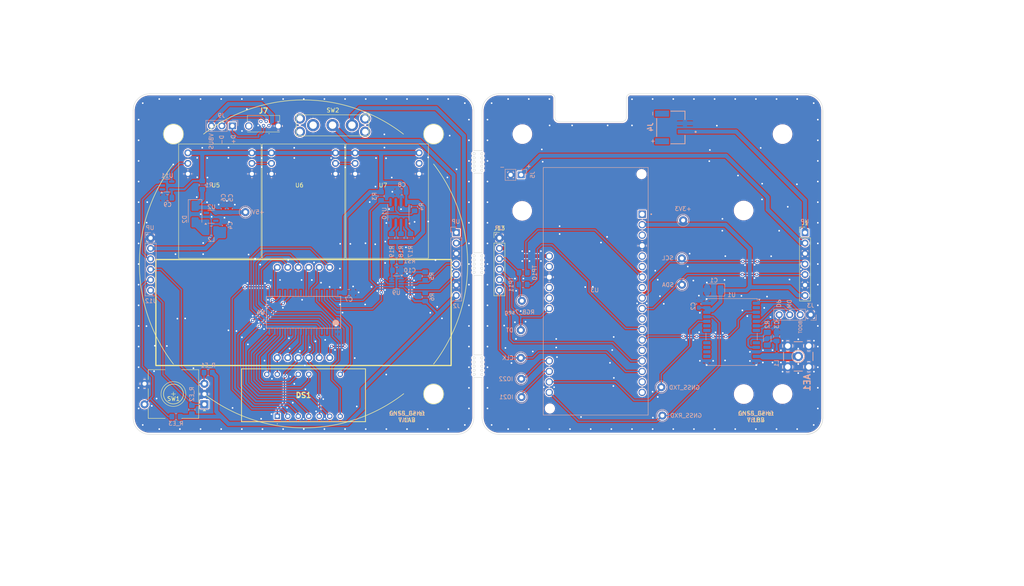
<source format=kicad_pcb>
(kicad_pcb (version 20240108) (generator "pcbnew") (generator_version "8.0")
  (layers (0 "F.Cu" signal) (31 "B.Cu" signal) (34 "B.Paste" user) (35 "F.Paste" user) (36 "B.SilkS" user "B.Silkscreen") (37 "F.SilkS" user "F.Silkscreen") (38 "B.Mask" user) (39 "F.Mask" user) (44 "Edge.Cuts" user))
  (net 0 "")
  (net 1 "Net-(AE1-A)")
  (net 2 "GND")
  (net 3 "+3V3")
  (net 4 "+5V")
  (net 5 "Net-(D2-A)")
  (net 6 "Net-(C3-Pad2)")
  (net 7 "Net-(J3-Pin_2)")
  (net 8 "Net-(J3-Pin_3)")
  (net 9 "CLK")
  (net 10 "DT")
  (net 11 "Net-(J3-Pin_4)")
  (net 12 "Net-(J7-D+)")
  (net 14 "Net-(J7-D-)")
  (net 15 "Net-(U1-VCC_RF)")
  (net 20 "PULSE")
  (net 24 "SW_BATT")
  (net 27 "SW")
  (net 29 "Net-(U10-E0)")
  (net 30 "Net-(U10-E1)")
  (net 31 "Net-(U10-E2)")
  (net 37 "unconnected-(U3-RX-Pad18)")
  (net 40 "/Display/g")
  (net 41 "Net-(U5-DO)")
  (net 43 "VCC")
  (net 44 "Net-(U6-DO)")
  (net 46 "GNSS_RXD")
  (net 47 "GNSS_TXD")
  (net 48 "/Display/CA2")
  (net 49 "/Display/CA3")
  (net 50 "/Display/CA1")
  (net 51 "/Display/CA4")
  (net 53 "Net-(U3-MOSI)")
  (net 54 "Net-(J7-VBUS)")
  (net 55 "Net-(D2-K)")
  (net 56 "SW_ESP")
  (net 57 "Net-(U3-D7)")
  (net 58 "Net-(U3-D13)")
  (net 59 "Net-(U3-D12)")
  (net 62 "/Display/CC2")
  (net 63 "/Display/b")
  (net 64 "/Display/aBL2")
  (net 65 "/Display/aG")
  (net 66 "/Display/aF")
  (net 67 "/Display/aE")
  (net 68 "/Display/aCL3")
  (net 69 "/Display/aAL1")
  (net 70 "/Display/aDP")
  (net 71 "/Display/aD")
  (net 72 "/Display/CC1")
  (net 73 "/Display/f")
  (net 74 "/Display/CC3")
  (net 75 "/Display/L123")
  (net 76 "/Display/d")
  (net 81 "Net-(U9-EN)")
  (net 82 "SCL_3V3")
  (net 83 "SDA_3V3")
  (net 84 "SDA_5V")
  (net 85 "SCL_5V")
  (net 87 "RGB_3V3")
  (net 88 "RGB_5V")
  (footprint "7seg_rgb:7seg_1x1_rgb" (layer "F.Cu") (at 94 66.9)
    (property "Reference" "U6")
    (property "Value" "7seg_1x1_rgb")
  )
  (footprint "MountingHole:MountingHole_4.3mm_M4" (layer "F.Cu") (at 125.5 114.5)
    (property "Reference" "REF**" (hide yes))
    (property "Value" "MountingHole_4.3mm_M4" (hide yes))
  )
  (footprint "Button_Switch_THT:MSN22AFW01" (layer "F.Cu") (at 101.03 53.93 180)
    (property "Reference" "SW2")
    (property "Value" "MSN22AFW01")
  )
  (footprint "KiCad:USB3145301A" (layer "F.Cu") (at 84.32 49.21 180)
    (property "Reference" "J7")
    (property "Value" "USB_B_Micro" (hide yes))
  )
  (footprint "MountingHole:MountingHole_4.3mm_M4" (layer "F.Cu") (at 125.5 51.5)
    (property "Reference" "REF**" (hide yes))
    (property "Value" "MountingHole_4.3mm_M4" (hide yes))
  )
  (footprint "7seg_rgb:7seg_4x1" (layer "F.Cu") (at 94 94.75)
    (property "Reference" "U8" (hide yes))
    (property "Value" "KW4-804AGB")
  )
  (footprint "7seg_rgb:7seg_1x1_rgb" (layer "F.Cu") (at 73.75 66.9)
    (property "Reference" "U5")
    (property "Value" "7seg_1x1_rgb")
  )
  (footprint "MountingHole:MountingHole_4.3mm_M4" (layer "F.Cu") (at 62.5 51.5)
    (property "Reference" "REF**" (hide yes))
    (property "Value" "MountingHole_4.3mm_M4" (hide yes))
  )
  (footprint "Connector_PinHeader_2.54mm:PinHeader_1x07_P2.54mm_Vertical" (layer "F.Cu") (at 215.45 75.38)
    (property "Reference" "J1")
    (property "Value" "I2C/BATT_H")
  )
  (footprint "Connector_PinHeader_2.54mm:PinHeader_1x06_P2.54mm_Vertical" (layer "F.Cu") (at 141.45 76.65)
    (property "Reference" "J13")
    (property "Value" "ENC+RGB")
  )
  (footprint "7seg_rgb:7seg_1x1_rgb" (layer "F.Cu") (at 114.25 66.9)
    (property "Reference" "U7")
    (property "Value" "7seg_1x1_rgb")
  )
  (footprint "Display_7Segment:LTC4724JF" (layer "F.Cu") (at 87.65 119.88)
    (property "Reference" "DS1")
    (property "Value" "LTC-4724JF" (hide yes))
  )
  (footprint "Rotary_Encoder:RotaryEncoder_20mm_WO_mount_holes" (layer "F.Cu") (at 62.5 114.5 180)
    (property "Reference" "SW1")
    (property "Value" "RotaryEncoder_Switch")
  )
  (footprint "Package_SO:SOIC-8_3.9x4.9mm_P1.27mm" (layer "B.Cu") (at 116.975 70.48 90)
    (property "Reference" "U10")
    (property "Value" "24C32")
  )
  (footprint "TestPoint:TestPoint_Loop_D1.80mm_Drill1.0mm_Beaded" (layer "B.Cu") (at 180.9 119.73 180)
    (property "Reference" "TP5" (hide yes))
    (property "Value" "GNSS_RXD")
  )
  (footprint "Capacitor_SMD:C_0603_1608Metric_Pad1.08x0.95mm_HandSolder" (layer "B.Cu") (at 76.26993 69.6 90)
    (property "Reference" "C5")
    (property "Value" "10uF")
  )
  (footprint "MountingHole:MountingHole_4.3mm_M4" (layer "B.Cu") (at 200.6 114.52 180)
    (property "Reference" "REF**")
    (property "Value" "MountingHole_4.3mm_M4")
  )
  (footprint "MountingHole:MountingHole_4.3mm_M4" (layer "B.Cu") (at 146.95 70.1 180)
    (property "Reference" "REF**")
    (property "Value" "MountingHole_4.3mm_M4")
  )
  (footprint "RF_GPS:ublox_NEO" (layer "B.Cu") (at 197.67 99.48 180)
    (property "Reference" "U1")
    (property "Value" "NEO-M9N")
  )
  (footprint "Connector_PinSocket_2.54mm:PinSocket_1x07_P2.54mm_Vertical" (layer "B.Cu") (at 130.99993 75.38 180)
    (property "Reference" "J2")
    (property "Value" "I2C/BATT_S")
  )
  (footprint "Capacitor_SMD:C_0805_2012Metric_Pad1.18x1.45mm_HandSolder" (layer "B.Cu") (at 104.96667 89.9)
    (property "Reference" "C7")
    (property "Value" "100nF")
  )
  (footprint "Package_TO_SOT_SMD:SOT-23-5" (layer "B.Cu") (at 60.97 63.96)
    (property "Reference" "U11")
    (property "Value" "SN74LV1T34DBVRG4")
  )
  (footprint "Connector_PinHeader_2.54mm:PinHeader_1x04_P2.54mm_Vertical" (layer "B.Cu") (at 216.82 95.28 90)
    (property "Reference" "J3")
    (property "Value" "USB_pads")
  )
  (footprint "DFR0654:DFR0654_2" (layer "B.Cu") (at 164.5125 90.85 180)
    (property "Reference" "U3")
    (property "Value" "DFR0654")
  )
  (footprint "Resistor_SMD:R_0805_2012Metric_Pad1.20x1.40mm_HandSolder" (layer "B.Cu") (at 123.48 85.92 -90)
    (property "Reference" "R5")
    (property "Value" "4k7")
  )
  (footprint "Resistor_SMD:R_0805_2012Metric_Pad1.20x1.40mm_HandSolder" (layer "B.Cu") (at 147.2 85.1 180)
    (property "Reference" "TP10")
    (property "Value" "Jumper_MOSI")
  )
  (footprint "Capacitor_SMD:C_0603_1608Metric_Pad1.08x0.95mm_HandSolder" (layer "B.Cu") (at 189.72 92.685 90)
    (property "Reference" "C2")
    (property "Value" "1uF")
  )
  (footprint "Inductor_SMD:L_1008_2520Metric_Pad1.43x2.20mm_HandSolder" (layer "B.Cu") (at 71.66993 74.9 180)
    (property "Reference" "L2")
    (property "Value" "2.2 uH")
  )
  (footprint "MountingHole:MountingHole_4.3mm_M4" (layer "B.Cu") (at 210 51.5 180)
    (property "Reference" "REF**")
    (property "Value" "MountingHole_4.3mm_M4")
  )
  (footprint "MountingHole:MountingHole_4.3mm_M4" (layer "B.Cu") (at 200.58 70.02 180)
    (property "Reference" "REF**")
    (property "Value" "MountingHole_4.3mm_M4")
  )
  (footprint "Inductor_SMD:L_0402_1005Metric_Pad0.77x0.64mm_HandSolder" (layer "B.Cu") (at 208.59 104.2 90)
    (property "Reference" "L1")
    (property "Value" "27nH")
  )
  (footprint "Capacitor_SMD:C_0603_1608Metric_Pad1.08x0.95mm_HandSolder" (layer "B.Cu") (at 74.84493 73.65 90)
    (property "Reference" "C4")
    (property "Value" "10uF")
  )
  (footprint "TestPoint:TestPoint_Loop_D1.80mm_Drill1.0mm_Beaded" (layer "B.Cu") (at 79.94 70.41)
    (property "Reference" "TP6" (hide yes))
    (property "Value" "+5V")
  )
  (footprint "Capacitor_SMD:C_0805_2012Metric_Pad1.18x1.45mm_HandSolder" (layer "B.Cu") (at 117.805 65.501976)
    (property "Reference" "C8")
    (property "Value" "100nF")
  )
  (footprint "Capacitor_SMD:C_0805_2012Metric_Pad1.18x1.45mm_HandSolder" (layer "B.Cu") (at 208.58 100.59 -90)
    (property "Reference" "C3")
    (property "Value" "10n")
  )
  (footprint "TestPoint:TestPoint_Loop_D1.80mm_Drill1.0mm_Beaded" (layer "B.Cu") (at 146.74 110.81 180)
    (property "Reference" "TP12" (hide yes))
    (property "Value" "IO22")
  )
  (footprint "Resistor_SMD:R_0805_2012Metric_Pad1.20x1.40mm_HandSolder" (layer "B.Cu") (at 63.12 119.99)
    (property "Reference" "R_E3")
    (property "Value" "10k")
  )
  (footprint "Resistor_SMD:R_0805_2012Metric_Pad1.20x1.40mm_HandSolder" (layer "B.Cu") (at 115.355 76.67 90)
    (property "Reference" "R19")
    (property "Value" "4k7")
  )
  (footprint "Resistor_SMD:R_0805_2012Metric_Pad1.20x1.40mm_HandSolder" (layer "B.Cu") (at 120.89 69.09 -90)
    (property "Reference" "R4")
    (property "Value" "4k7")
  )
  (footprint "Capacitor_SMD:C_0805_2012Metric_Pad1.18x1.45mm_HandSolder" (layer "B.Cu") (at 116.58 84.52 180)
    (property "Reference" "C10")
    (property "Value" "100nF")
  )
  (footprint "Connector_PinSocket_2.54mm:PinSocket_1x06_P2.54mm_Vertical" (layer "B.Cu") (at 56.97493 76.675 180)
    (property "Reference" "J12")
    (property "Value" "ENC+RGB")
  )
  (footprint "MountingHole:MountingHole_4.3mm_M4" (layer "B.Cu") (at 210 114.5 180)
    (property "Reference" "REF**")
    (property "Value" "MountingHole_4.3mm_M4")
  )
  (footprint "TestPoint:TestPoint_Loop_D1.80mm_Drill1.0mm_Beaded" (layer "B.Cu") (at 180.64 112.84 180)
    (property "Reference" "TP4" (hide yes))
    (property "Value" "GNSS_TXD")
  )
  (footprint "Resistor_SMD:R_1206_3216Metric_Pad1.30x1.75mm_HandSolder" (layer "B.Cu") (at 206.3 101.1 -90)
    (property "Reference" "R2")
    (property "Value" "10")
  )
  (footprint "Resistor_SMD:R_0805_2012Metric_Pad1.20x1.40mm_HandSolder" (layer "B.Cu") (at 123.48 90.98 90)
    (property "Reference" "R6")
    (property "Value" "4k7")
  )
  (footprint "TestPoint:TestPoint_Loop_D1.80mm_Drill1.0mm_Beaded" (layer "B.Cu") (at 185.65 88.02 180)
    (property "Reference" "TP1" (hide yes))
    (property "Value" "SDA")
  )
  (footprint "TestPoint:TestPoint_Loop_D1.80mm_Drill1.0mm_Beaded" (layer "B.Cu") (at 185.94 72.4 180)
    (property "Reference" "TP7" (hide yes))
    (property "Value" "+3V3")
  )
  (footprint "TestPoint:TestPoint_Loop_D1.80mm_Drill1.0mm_Beaded" (layer "B.Cu") (at 185.62 81.61 180)
    (property "Reference" "TP2" (hide yes))
    (property "Value" "SCL")
  )
  (footprint "Package_TO_SOT_SMD:SOT-23-8" (layer "B.Cu") (at 116.49 87.47 180)
    (property "Reference" "U9")
    (property "Value" "TCA39306DDFR")
  )
  (footprint "Resistor_SMD:R_0805_2012Metric_Pad1.20x1.40mm_HandSolder" (layer "B.Cu") (at 112.78 66.55 -90)
    (property "Reference" "R3")
    (property "Value" "4k7")
  )
  (footprint "Diode_SMD:D_SMA" (layer "B.Cu") (at 67.74 70.89 -90)
    (property "Reference" "D2")
    (property "Value" "B120-E3")
  )
  (footprint "Resistor_SMD:R_0805_2012Metric_Pad1.20x1.40mm_HandSolder" (layer "B.Cu") (at 117.605 76.667906 90)
    (property "Reference" "R18")
    (property "Value" "4k7")
  )
  (footprint "Resistor_SMD:R_0805_2012Metric_Pad1.20x1.40mm_HandSolder" (layer "B.Cu") (at 70.9 109.3)
    (property "Reference" "R_E1")
    (property "Value" "10k")
  )
  (footprint "TestPoint:TestPoint_Loop_D1.80mm_Drill1.0mm_Beaded" (layer "B.Cu") (at 146.87 91.9075 180)
    (property "Reference" "TP3" (hide yes))
    (property "Value" "RGB_7seg")
  )
  (footprint "Connector_PinSocket_2.54mm:PinSocket_1x02_P2.54mm_Vertical" (layer "B.Cu") (at 146.7 61.38 90)
    (property "Reference" "J5")
    (property "Value" "ESP")
  )
  (footprint "w_conn_rf:lemo_epb00250ntn" (layer "B.Cu") (at 213.81125 105.38 90)
    (property "Reference" "AE1")
    (property "Value" "Antenna_Shield")
  )
  (footprint "TestPoint:TestPoint_Loop_D1.80mm_Drill1.0mm_Beaded" (layer "B.Cu") (at 146.79 115.25 180)
    (property "Reference" "TP13" (hide yes))
    (property "Value" "IO21")
  )
  (footprint "Resistor_SMD:R_0805_2012Metric_Pad1.20x1.40mm_HandSolder" (layer "B.Cu") (at 69.48 63.86 90)
    (property "Reference" "R1")
    (property "Value" "0R")
  )
  (footprint "w_smd_dil:soic-28" (layer "B.Cu") (at 94 94.7 180)
    (property "Reference" "U4")
    (property "Value" "HT16k33" (hide yes))
  )
  (footprint "Capacitor_SMD:C_0805_2012Metric_Pad1.18x1.45mm_HandSolder" (layer "B.Cu") (at 61.08 66.93)
    (property "Reference" "C9")
    (property "Value" "100nF")
  )
  (footprint "Capacitor_Tantalum_SMD:CP_EIA-3528-15_AVX-H_Pad1.50x2.35mm_HandSolder" (layer "B.Cu") (at 193.37 89.28 180)
    (property "Reference" "C1")
    (property "Value" "10uF")
  )
  (footprint "Capacitor_SMD:C_0603_1608Metric_Pad1.08x0.95mm_HandSolder" (layer "B.Cu") (at 74.56993 69.6 90)
    (property "Reference" "C6")
    (property "Value" "10uF")
  )
  (footprint "Resistor_SMD:R_0805_2012Metric_Pad1.20x1.40mm_HandSolder" (layer "B.Cu") (at 147.16 87.9675 180)
    (property "Reference" "TP11")
    (property "Value" "Jumper_D9")
  )
  (footprint "TestPoint:TestPoint_Loop_D1.80mm_Drill1.0mm_Beaded" (layer "B.Cu") (at 146.63 105.74 180)
    (property "Reference" "TP9" (hide yes))
    (property "Value" "CLK")
  )
  (footprint "1769:1769" (layer "B.Cu") (at 186.378 49.89 90)
    (property "Reference" "J4")
    (property "Value" "BATT" (hide yes))
  )
  (footprint "TestPoint:TestPoint_Loop_D1.80mm_Drill1.0mm_Beaded" (layer "B.Cu") (at 146.63 99.02 180)
    (property "Reference" "TP8" (hide yes))
    (property "Value" "DT")
  )
  (footprint "Connector_PinSocket_2.54mm:PinSocket_1x03_P2.54mm_Vertical" (layer "B.Cu") (at 76.77 49.515 90)
    (property "Reference" "J9")
    (property "Value" "USB_pads")
  )
  (footprint "Resistor_SMD:R_0805_2012Metric_Pad1.20x1.40mm_HandSolder" (layer "B.Cu") (at 119.905 76.667906 90)
    (property "Reference" "R17")
    (property "Value" "4k7")
  )
  (footprint "Package_TO_SOT_SMD:SOT-23-5" (layer "B.Cu") (at 71.61993 71.55)
    (property "Reference" "U2")
    (property "Value" "TPS613222ADBVR")
  )
  (footprint "Resistor_SMD:R_0805_2012Metric_Pad1.20x1.40mm_HandSolder" (layer "B.Cu") (at 66.97 118.29 -90)
    (property "Reference" "R_E2")
    (property "Value" "10k")
  )
  (footprint "Resistor_SMD:R_0805_2012Metric_Pad1.20x1.40mm_HandSolder" (layer "B.Cu") (at 116.56 82.27 180)
    (property "Reference" "RS1")
    (property "Value" "200k")
  )
  (footprint "MountingHole:MountingHole_4.3mm_M4" (layer "B.Cu") (at 147 51.5 180)
    (property "Reference" "REF**")
    (property "Value" "MountingHole_4.3mm_M4")
  )
  (gr_arc (start 125.5 58.75) (mid 133.75313 83) (end 125.5 107.25) (stroke (width 0.15)) (layer "F.SilkS"))
  (gr_arc (start 118.26993 114.426334) (mid 94.06993 122.7) (end 69.86993 114.426334) (stroke (width 0.15)) (layer "F.SilkS"))
  (gr_arc (start 69.8 51.5) (mid 94 43.226334) (end 118.2 51.5) (stroke (width 0.15)) (layer "F.SilkS"))
  (gr_circle (center 62.5 114.5) (end 64.9 114.5) (stroke (width 0.15)) (fill none) (layer "F.SilkS"))
  (gr_circle (center 125.5 51.5) (end 127.9 51.5) (stroke (width 0.15)) (fill none) (layer "F.SilkS"))
  (gr_circle (center 62.5 51.5) (end 64.9 51.5) (stroke (width 0.15)) (fill none) (layer "F.SilkS"))
  (gr_circle (center 125.5 114.5) (end 127.9 114.5) (stroke (width 0.15)) (fill none) (layer "F.SilkS"))
  (gr_arc (start 62.5 107.25) (mid 54.260676 83) (end 62.5 58.75) (stroke (width 0.15)) (layer "F.SilkS"))
  (gr_circle (center 135.3 60.25) (end 135.6 60.25) (stroke (width 0.1)) (fill none) (layer "Edge.Cuts"))
  (gr_circle (center 137.2 83.025) (end 137.5 83.025) (stroke (width 0.1)) (fill none) (layer "Edge.Cuts"))
  (gr_arc (start 155.87 48.45) (mid 155.162893 48.157107) (end 154.87 47.45) (stroke (width 0.1)) (layer "Edge.Cuts"))
  (gr_arc (start 52.75 45.75) (mid 53.921578 42.921578) (end 56.75 41.75) (stroke (width 0.1)) (layer "Edge.Cuts"))
  (gr_line (start 137.25 61) (end 137.25 80.25) (stroke (width 0.1)) (layer "Edge.Cuts"))
  (gr_circle (center 137.2 81.025) (end 137.5 81.025) (stroke (width 0.1)) (fill none) (layer "Edge.Cuts"))
  (gr_line (start 135.25 110.5) (end 137.25 110.5) (stroke (width 0.1)) (layer "Edge.Cuts"))
  (gr_circle (center 137.2 105.75) (end 137.5 105.75) (stroke (width 0.1)) (fill none) (layer "Edge.Cuts"))
  (gr_arc (start 153.86 41.75) (mid 154.575485 42.038291) (end 154.872976 42.75) (stroke (width 0.1)) (layer "Edge.Cuts"))
  (gr_line (start 137.25 85.75) (end 137.25 105) (stroke (width 0.1)) (layer "Edge.Cuts"))
  (gr_circle (center 137.2 82.025) (end 137.5 82.025) (stroke (width 0.1)) (fill none) (layer "Edge.Cuts"))
  (gr_circle (center 137.2 59.275) (end 137.5 59.275) (stroke (width 0.1)) (fill none) (layer "Edge.Cuts"))
  (gr_circle (center 135.3 57.25) (end 135.6 57.25) (stroke (width 0.1)) (fill none) (layer "Edge.Cuts"))
  (gr_circle (center 137.2 85.025) (end 137.5 85.025) (stroke (width 0.1)) (fill none) (layer "Edge.Cuts"))
  (gr_arc (start 56.578427 124.25) (mid 53.819579 123.003647) (end 52.75 120.171573) (stroke (width 0.1)) (layer "Edge.Cuts"))
  (gr_circle (center 135.3 58.25) (end 135.6 58.25) (stroke (width 0.1)) (fill none) (layer "Edge.Cuts"))
  (gr_line (start 135.25 105) (end 135.25 85.75) (stroke (width 0.1)) (layer "Edge.Cuts"))
  (gr_line (start 135.25 61) (end 137.25 61) (stroke (width 0.1)) (layer "Edge.Cuts"))
  (gr_circle (center 135.3 82) (end 135.6 82) (stroke (width 0.1)) (fill none) (layer "Edge.Cuts"))
  (gr_arc (start 219.75 120.171573) (mid 218.680465 123.003688) (end 215.921573 124.25) (stroke (width 0.15)) (layer "Edge.Cuts"))
  (gr_circle (center 137.2 58.275) (end 137.5 58.275) (stroke (width 0.1)) (fill none) (layer "Edge.Cuts"))
  (gr_circle (center 135.3 108.75) (end 135.6 108.75) (stroke (width 0.1)) (fill none) (layer "Edge.Cuts"))
  (gr_arc (start 137.25 45.828427) (mid 138.444535 42.944535) (end 141.328427 41.75) (stroke (width 0.1)) (layer "Edge.Cuts"))
  (gr_circle (center 135.3 109.75) (end 135.6 109.75) (stroke (width 0.1)) (fill none) (layer "Edge.Cuts"))
  (gr_line (start 172.2 42.75) (end 172.2 47.45) (stroke (width 0.1)) (layer "Edge.Cuts"))
  (gr_circle (center 137.2 60.275) (end 137.5 60.275) (stroke (width 0.1)) (fill none) (layer "Edge.Cuts"))
  (gr_circle (center 137.201976 106.75) (end 137.501976 106.75) (stroke (width 0.1)) (fill none) (layer "Edge.Cuts"))
  (gr_circle (center 137.201976 108.75) (end 137.501976 108.75) (stroke (width 0.1)) (fill none) (layer "Edge.Cuts"))
  (gr_circle (center 135.3 85) (end 135.6 85) (stroke (width 0.1)) (fill none) (layer "Edge.Cuts"))
  (gr_arc (start 135.25 120.171573) (mid 134.055462 123.055454) (end 131.171573 124.25) (stroke (width 0.1)) (layer "Edge.Cuts"))
  (gr_line (start 56.578427 124.25) (end 131.171573 124.25) (stroke (width 0.1)) (layer "Edge.Cuts"))
  (gr_line (start 219.75 120.171573) (end 219.75 45.75) (stroke (width 0.15)) (layer "Edge.Cuts"))
  (gr_circle (center 135.3 84) (end 135.6 84) (stroke (width 0.1)) (fill none) (layer "Edge.Cuts"))
  (gr_line (start 154.87 42.75) (end 154.87 47.45) (stroke (width 0.1)) (layer "Edge.Cuts"))
  (gr_arc (start 131.171573 41.75) (mid 134.055464 42.944536) (end 135.25 45.828427) (stroke (width 0.1)) (layer "Edge.Cuts"))
  (gr_line (start 52.75 45.75) (end 52.75 120.171573) (stroke (width 0.1)) (layer "Edge.Cuts"))
  (gr_line (start 135.25 85.75) (end 137.25 85.75) (stroke (width 0.1)) (layer "Edge.Cuts"))
  (gr_line (start 215.75 41.75) (end 173.2 41.75) (stroke (width 0.1)) (layer "Edge.Cuts"))
  (gr_arc (start 215.75 41.75) (mid 218.578427 42.921573) (end 219.75 45.75) (stroke (width 0.1)) (layer "Edge.Cuts"))
  (gr_arc (start 141.328427 124.25) (mid 138.444535 123.055465) (end 137.25 120.171573) (stroke (width 0.1)) (layer "Edge.Cuts"))
  (gr_line (start 141.328427 41.75) (end 153.86 41.75) (stroke (width 0.1)) (layer "Edge.Cuts"))
  (gr_line (start 135.25 120.171573) (end 135.25 110.5) (stroke (width 0.1)) (layer "Edge.Cuts"))
  (gr_line (start 135.25 55.5) (end 137.25 55.5) (stroke (width 0.1)) (layer "Edge.Cuts"))
  (gr_line (start 141.328427 124.25) (end 215.921573 124.25) (stroke (width 0.1)) (layer "Edge.Cuts"))
  (gr_line (start 131.171573 41.75) (end 56.75 41.75) (stroke (width 0.1)) (layer "Edge.Cuts"))
  (gr_circle (center 135.3 106.75) (end 135.6 106.75) (stroke (width 0.1)) (fill none) (layer "Edge.Cuts"))
  (gr_circle (center 135.3 83) (end 135.6 83) (stroke (width 0.1)) (fill none) (layer "Edge.Cuts"))
  (gr_arc (start 172.2 42.75) (mid 172.492893 42.042893) (end 173.2 41.75) (stroke (width 0.1)) (layer "Edge.Cuts"))
  (gr_circle (center 135.3 59.25) (end 135.6 59.25) (stroke (width 0.1)) (fill none) (layer "Edge.Cuts"))
  (gr_circle (center 137.201976 107.75) (end 137.501976 107.75) (stroke (width 0.1)) (fill none) (layer "Edge.Cuts"))
  (gr_line (start 135.25 105) (end 137.25 105) (stroke (width 0.1)) (layer "Edge.Cuts"))
  (gr_line (start 135.25 45.828427) (end 135.25 55.5) (stroke (width 0.1)) (layer "Edge.Cuts"))
  (gr_circle (center 137.2 56.275) (end 137.5 56.275) (stroke (width 0.1)) (fill none) (layer "Edge.Cuts"))
  (gr_arc (start 172.2 47.45) (mid 171.907107 48.157107) (end 171.2 48.45) (stroke (width 0.1)) (layer "Edge.Cuts"))
  (gr_line (start 137.25 55.5) (end 137.25 45.828427) (stroke (width 0.1)) (layer "Edge.Cuts"))
  (gr_circle (center 135.3 81) (end 135.6 81) (stroke (width 0.1)) (fill none) (layer "Edge.Cuts"))
  (gr_circle (center 135.3 107.75) (end 135.6 107.75) (stroke (width 0.1)) (fill none) (layer "Edge.Cuts"))
  (gr_circle (center 137.2 57.275) (end 137.5 57.275) (stroke (width 0.1)) (fill none) (layer "Edge.Cuts"))
  (gr_circle (center 137.2 84.025) (end 137.5 84.025) (stroke (width 0.1)) (fill none) (layer "Edge.Cuts"))
  (gr_line (start 135.25 80.25) (end 137.25 80.25) (stroke (width 0.1)) (layer "Edge.Cuts"))
  (gr_circle (center 135.3 105.75) (end 135.6 105.75) (stroke (width 0.1)) (fill none) (layer "Edge.Cuts"))
  (gr_line (start 137.25 120.171573) (end 137.25 110.5) (stroke (width 0.1)) (layer "Edge.Cuts"))
  (gr_line (start 171.2 48.45) (end 155.87 48.45) (stroke (width 0.1)) (layer "Edge.Cuts"))
  (gr_line (start 135.25 61) (end 135.25 80.25) (stroke (width 0.1)) (layer "Edge.Cuts"))
  (gr_circle (center 137.201976 109.75) (end 137.501976 109.75) (stroke (width 0.1)) (fill none) (layer "Edge.Cuts"))
  (gr_circle (center 135.3 56.25) (end 135.6 56.25) (stroke (width 0.1)) (fill none) (layer "Edge.Cuts"))
  (gr_text "D-" (at 74.77 51.65 90) (layer "B.SilkS") (effects (font (size 1 1)) (justify left bottom mirror)))
  (gr_text "D+\n" (at 77.59 51.57 90) (layer "B.SilkS") (effects (font (size 1 1)) (justify left bottom mirror)))
  (gr_text "VBUS" (at 72.25 51.22 90) (layer "B.SilkS") (effects (font (size 1 1)) (justify left bottom mirror)))
  (gr_text "+" (at 148.03 60.05 -90) (layer "B.SilkS") (effects (font (size 1 1)) (justify left bottom mirror)))
  (gr_text "UP" (at 216.5 73.3 0) (layer "B.SilkS") (effects (font (size 1 1)) (justify left bottom mirror)))
  (gr_text "UP" (at 57.95 74.8 0) (layer "B.SilkS") (effects (font (size 1 1)) (justify left bottom mirror)))
  (gr_text "UP" (at 142.5 74.85 0) (layer "B.SilkS") (effects (font (size 1 1)) (justify left bottom mirror)))
  (gr_text "GNSS_Geret\nV.1AT\n\n" (at 119.05 123 0) (layer "B.SilkS") (effects (font (size 1 1)) (justify bottom mirror)))
  (gr_text "UP" (at 132 73.3 0) (layer "B.SilkS") (effects (font (size 1 1)) (justify left bottom mirror)))
  (gr_text "DM" (at 212.25 91.5 90) (layer "B.SilkS") (effects (font (size 1 1)) (justify left bottom mirror)))
  (gr_text "BOOT" (at 214.8 96.65 90) (layer "B.SilkS") (effects (font (size 0.8 0.8) (thickness 0.125)) (justify left bottom mirror)))
  (gr_text "-" (at 179.08 47.24 90) (layer "B.SilkS") (effects (font (size 1 1)) (justify left bottom)))
  (gr_text "-" (at 142.83 60.05 0) (layer "B.SilkS") (effects (font (size 1 1)) (justify left bottom mirror)))
  (gr_text "+" (at 179.12 52.5 90) (layer "B.SilkS") (effects (font (size 1 1)) (justify left bottom mirror)))
  (gr_text "GNSS_Geret\nV.1BT\n\n" (at 203.55 123 0) (layer "B.SilkS") (effects (font (size 1 1)) (justify bottom mirror)))
  (gr_text "DP" (at 208.45 93.65 -90) (layer "B.SilkS") (effects (font (size 1 1)) (justify left bottom mirror)))
  (gr_text "GNSS_Geret\nV.1AB\n\n" (at 119.05 123 0) (layer "F.SilkS") (effects (font (size 1 1)) (justify bottom)))
  (gr_text "GNSS_Geret\nV.1BB\n\n" (at 203.55 123 0) (layer "F.SilkS") (effects (font (size 1 1)) (justify bottom)))
  (segment (start 203.67 105.38) (end 204.97 105.38) (width 0.5) (layer "B.Cu") (net 1))
  (segment (start 213.81125 105.38) (end 205.292806 105.38) (width 1.57) (layer "B.Cu") (net 1))
  (via (at 189.75 90.66) (size 0.8) (drill 0.4) (layers "F.Cu" "B.Cu") (net 2))
  (via (at 70.64 68.02) (size 0.8) (drill 0.4) (layers "F.Cu" "B.Cu") (net 2))
  (via (at 178.61 120.225) (size 0.8) (drill 0.4) (layers "F.Cu" "B.Cu") (net 2))
  (via (at 205.57 93.63) (size 0.8) (drill 0.4) (layers "F.Cu" "B.Cu") (net 2))
  (via (at 130.02 84.26) (size 0.8) (drill 0.4) (layers "F.Cu" "B.Cu") (net 2))
  (via (at 200.91 83.266422) (size 0.8) (drill 0.4) (layers "F.Cu" "B.Cu") (net 2))
  (via (at 65.34 96.18) (size 0.8) (drill 0.4) (layers "F.Cu" "B.Cu") (net 2))
  (via (at 79.09 100.75) (size 0.8) (drill 0.4) (layers "F.Cu" "B.Cu") (net 2))
  (via (at 111.37 78.2) (size 0.8) (drill 0.4) (layers "F.Cu" "B.Cu") (net 2))
  (via (at 203.551976 123) (size 0.8) (drill 0.4) (layers "F.Cu" "B.Cu") (net 2))
  (via (at 180.32 90.79) (size 0.8) (drill 0.4) (layers "F.Cu" "B.Cu") (net 2))
  (via (at 134.06667 93) (size 0.8) (drill 0.4) (layers "F.Cu" "B.Cu") (net 2))
  (via (at 83.14872 96.986157) (size 0.8) (drill 0.4) (layers "F.Cu" "B.Cu") (net 2))
  (via (at 110.04 67.97) (size 0.8) (drill 0.4) (layers "F.Cu" "B.Cu") (net 2))
  (via (at 64.06667 123) (size 0.8) (drill 0.4) (layers "F.Cu" "B.Cu") (net 2))
  (via (at 99.11 120.49) (size 0.8) (drill 0.4) (layers "F.Cu" "B.Cu") (net 2))
  (via (at 193.551976 43) (size 0.8) (drill 0.4) (layers "F.Cu" "B.Cu") (net 2))
  (via (at 205.07 63.52) (size 0.8) (drill 0.4) (layers "F.Cu" "B.Cu") (net 2))
  (via (at 106.41 105.79) (size 0.8) (drill 0.4) (layers "F.Cu" "B.Cu") (net 2))
  (via (at 114.06667 43) (size 0.8) (drill 0.4) (layers "F.Cu" "B.Cu") (net 2))
  (via (at 173.551976 123) (size 0.8) (drill 0.4) (layers "F.Cu" "B.Cu") (net 2))
  (via (at 134.06667 73) (size 0.8) (drill 0.4) (layers "F.Cu" "B.Cu") (net 2))
  (via (at 174.79 92.52) (size 0.8) (drill 0.4) (layers "F.Cu" "B.Cu") (net 2))
  (via (at 120.78 88.65) (size 0.8) (drill 0.4) (layers "F.Cu" "B.Cu") (net 2))
  (via (at 93.54 86.86) (size 0.8) (drill 0.4) (layers "F.Cu" "B.Cu") (net 2))
  (via (at 54.06667 103) (size 0.8) (drill 0.4) (layers "F.Cu" "B.Cu") (net 2))
  (via (at 218.551976 108) (size 0.8) (drill 0.4) (layers "F.Cu" "B.Cu") (net 2))
  (via (at 90.623719 103.483719) (size 0.8) (drill 0.4) (layers "F.Cu" "B.Cu") (net 2))
  (via (at 194.1 49.46) (size 0.8) (drill 0.4) (layers "F.Cu" "B.Cu") (net 2))
  (via (at 114.07 73.05) (size 0.8) (drill 0.4) (layers "F.Cu" "B.Cu") (net 2))
  (via (at 83.5 83.15) (size 0.8) (drill 0.4) (layers "F.Cu" "B.Cu") (net 2))
  (via (at 55.06667 122) (size 0.8) (drill 0.4) (layers "F.Cu" "B.Cu") (net 2))
  (via (at 96.02 86.87) (size 0.8) (drill 0.4) (layers "F.Cu" "B.Cu") (net 2))
  (via (at 179.78 115.21) (size 0.8) (drill 0.4) (layers "F.Cu" "B.Cu") (net 2))
  (via (at 113.6 54.76) (size 0.8) (drill 0.4) (layers "F.Cu" "B.Cu") (net 2))
  (via (at 134.06667 103) (size 0.8) (drill 0.4) (layers "F.Cu" "B.Cu") (net 2))
  (via (at 79.1 50.74) (size 0.8) (drill 0.4) (layers "F.Cu" "B.Cu") (net 2))
  (via (at 120.787306 90.365) (size 0.8) (drill 0.4) (layers "F.Cu" "B.Cu") (net 2))
  (via (at 124.69 94.81) (size 0.8) (drill 0.4) (layers "F.Cu" "B.Cu") (net 2))
  (via (at 199.22 61.55) (size 0.8) (drill 0.4) (layers "F.Cu" "B.Cu") (net 2))
  (via (at 69.48 54.82) (size 0.8) (drill 0.4) (layers "F.Cu" "B.Cu") (net 2))
  (via (at 54.06667 58) (size 0.8) (drill 0.4) (layers "F.Cu" "B.Cu") (net 2))
  (via (at 91.4 116.6) (size 0.8) (drill 0.4) (layers "F.Cu" "B.Cu") (net 2))
  (via (at 120.78 86.97) (size 0.8) (drill 0.4) (layers "F.Cu" "B.Cu") (net 2))
  (via (at 198.551976 43) (size 0.8) (drill 0.4) (layers "F.Cu" "B.Cu") (net 2))
  (via (at 86.25 119.37) (size 0.8) (drill 0.4) (layers "F.Cu" "B.Cu") (net 2))
  (via (at 169.12 100.67) (size 0.8) (drill 0.4) (layers "F.Cu" "B.Cu") (net 2))
  (via (at 85.380154 91.660863) (size 0.8) (drill 0.4) (layers "F.Cu" "B.Cu") (net 2))
  (via (at 134.06667 83) (size 0.8) (drill 0.4) (layers "F.Cu" "B.Cu") (net 2))
  (via (at 211.7 86.75) (size 0.8) (drill 0.4) (layers "F.Cu" "B.Cu") (net 2))
  (via (at 103.45 94.775) (size 0.8) (drill 0.4) (layers "F.Cu" "B.Cu") (net 2))
  (via (at 201.48 95.61) (size 0.8) (drill 0.4) (layers "F.Cu" "B.Cu") (net 2))
  (via (at 218.551976 73) (size 0.8) (drill 0.4) (layers "F.Cu" "B.Cu") (net 2))
  (via (at 128.85 62) (size 0.8) (drill 0.4) (layers "F.Cu" "B.Cu") (net 2))
  (via (at 207.570003 103.86757) (size 0.8) (drill 0.4) (layers "F.Cu" "B.Cu") (net 2))
  (via (at 134.06667 118) (size 0.8) (drill 0.4) (layers "F.Cu" "B.Cu") (net 2))
  (via (at 217.551976 122) (size 0.8) (drill 0.4) (layers "F.Cu" "B.Cu") (net 2))
  (via (at 129.06667 123) (size 0.8) (drill 0.4) (layers "F.Cu" "B.Cu") (net 2))
  (via (at 217.61125 101.58) (size 0.8) (drill 0.4) (layers "F.Cu" "B.Cu") (net 2))
  (via (at 153.55 42.9975) (size 0.8) (drill 0.4) (layers "F.Cu" "B.Cu") (net 2))
  (via (at 75.95 72.78) (size 0.8) (drill 0.4) (layers "F.Cu" "B.Cu") (net 2))
  (via (at 54.06667 83) (size 0.8) (drill 0.4) (layers "F.Cu" "B.Cu") (net 2))
  (via (at 74.06667 43) (size 0.8) (drill 0.4) (layers "F.Cu" "B.Cu") (net 2))
  (via (at 133.06667 122) (size 0.8) (drill 0.4) (layers "F.Cu" "B.Cu") (net 2))
  (via (at 168.22 106.94) (size 0.8) (drill 0.4) (layers "F.Cu" "B.Cu") (net 2))
  (via (at 146.6 94.4) (size 0.8) (drill 0.4) (layers "F.Cu" "B.Cu") (net 2))
  (via (at 213.81125 107.24) (size 0.8) (drill 0.4) (layers "F.Cu" "B.Cu") (net 2))
  (via (at 126.37 93.36) (size 0.8) (drill 0.4) (layers "F.Cu" "B.Cu") (net 2))
  (via (at 202.11 106.49) (size 0.8) (drill 0.4) (layers "F.Cu" "B.Cu") (net 2))
  (via (at 179.18 84.61) (size 0.8) (drill 0.4) (layers "F.Cu" "B.Cu") (net 2))
  (via (at 84.06667 43) (size 0.8) (drill 0.4) (layers "F.Cu" "B.Cu") (net 2))
  (via (at 95.5 103.18) (size 0.8) (drill 0.4) (layers "F.Cu" "B.Cu") (net 2))
  (via (at 218.551976 48) (size 0.8) (drill 0.4) (layers "F.Cu" "B.Cu") (net 2))
  (via (at 193.2025 106.45) (size 0.8) (drill 0.4) (layers "F.Cu" "B.Cu") (net 2))
  (via (at 54.06667 68) (size 0.8) (drill 0.4) (layers "F.Cu" "B.Cu") (net 2))
  (via (at 203.21 86.406423) (size 0.8) (drill 0.4) (layers "F.Cu" "B.Cu") (net 2))
  (via (at 195.525 99.72) (size 0.8) (drill 0.4) (layers "F.Cu" "B.Cu") (net 2))
  (via (at 83.88 59.48) (size 0.8) (drill 0.4) (layers "F.Cu" "B.Cu") (net 2))
  (via (at 92.78 115.22) (size 0.8) (drill 0.4) (layers "F.Cu" "B.Cu") (net 2))
  (via (at 166.04 77.7875) (size 0.8) (drill 0.4) (layers "F.Cu" "B.Cu") (net 2))
  (via (at 196.151976 81.08) (size 0.8) (drill 0.4) (layers "F.Cu" "B.Cu") (net 2))
  (via (at 138.551976 108) (size 0.8) (drill 0.4) (layers "F.Cu" "B.Cu") (net 2))
  (via (at 118.896887 90.413897) (size 0.8) (drill 0.4) (layers "F.Cu" "B.Cu") (net 2))
  (via (at 177.11 92.52) (size 0.8) (drill 0.4) (layers "F.Cu" "B.Cu") (net 2))
  (via (at 158.551976 123) (size 0.8) (drill 0.4) (layers "F.Cu" "B.Cu") (net 2))
  (via (at 134.06667 88) (size 0.8) (drill 0.4) (layers "F.Cu" "B.Cu") (net 2))
  (via (at 80.7 80.7) (size 0.8) (drill 0.4) (layers "F.Cu" "B.Cu") (net 2))
  (via (at 134.06667 48) (size 0.8) (drill 0.4) (layers "F.Cu" "B.Cu") (net 2))
  (via (at 187.501976 80.48) (size 0.8) (drill 0.4) (layers "F.Cu" "B.Cu") (net 2))
  (via (at 167.65 49.4) (size 0.8) (drill 0.4) (layers "F.Cu" "B.Cu") (net 2))
  (via (at 206.25 90.89) (size 0.8) (drill 0.4) (layers "F.Cu" "B.Cu") (net 2))
  (via (at 82.278719 81.728719) (size 0.8) (drill 0.4) (layers "F.Cu" "B.Cu") (net 2))
  (via (at 71.75 71.55) (size 0.8) (drill 0.4) (layers "F.Cu" "B.Cu") (net 2))
  (via (at 202.11 104.28) (size 0.8) (drill 0.4) (layers "F.Cu" "B.Cu") (net 2))
  (via (at 100.68 57.31) (size 0.8) (drill 0.4) (layers "F.Cu" "B.Cu") (net 2))
  (via (at 218.551976 98) (size 0.8) (drill 0.4) (layers "F.Cu" "B.Cu") (net 2))
  (via (at 89.014323 93.60666) (size 0.8) (drill 0.4) (layers "F.Cu" "B.Cu") (net 2))
  (via (at 56.01 72.97) (size 0.8) (drill 0.4) (layers "F.Cu" "B.Cu") (net 2))
  (via (at 81.687563 95.525) (size 0.8) (drill 0.4) (layers "F.Cu" "B.Cu") (net 2))
  (via (at 145.21 86.53) (size 0.8) (drill 0.4) (layers "F.Cu" "B.Cu") (net 2))
  (via (at 138.551976 83) (size 0.8) (drill 0.4) (layers "F.Cu" "B.Cu") (net 2))
  (via (at 104.1 59.56) (size 0.8) (drill 0.4) (layers "F.Cu" "B.Cu") (net 2))
  (via (at 173.55 49.4) (size 0.8) (drill 0.4) (layers "F.Cu" "B.Cu") (net 2))
  (via (at 138.551976 113) (size 0.8) (drill 0.4) (layers "F.Cu" "B.Cu") (net 2))
  (via (at 69.06667 123) (size 0.8) (drill 0.4) (layers "F.Cu" "B.Cu") (net 2))
  (via (at 213.81125 109.43) (size 0.8) (drill 0.4) (layers "F.Cu" "B.Cu") (net 2))
  (via (at 213.49 63.66) (size 0.8) (drill 0.4) (layers "F.Cu" "B.Cu") (net 2))
  (via (at 129.06667 43) (size 0.8) (drill 0.4) (layers "F.Cu" "B.Cu") (net 2))
  (via (at 94.46 113.34) (size 0.8) (drill 0.4) (layers "F.Cu" "B.Cu") (net 2))
  (via (at 207.251176 81.105) (size 0.8) (drill 0.4) (layers "F.Cu" "B.Cu") (net 2))
  (via (at 102.83 92.79) (size 0.8) (drill 0.4) (layers "F.Cu" "B.Cu") (net 2))
  (via (at 86.35 110.81) (size 0.8) (drill 0.4) (layers "F.Cu" "B.Cu") (net 2))
  (via (at 156.02 73.82) (size 0.8) (drill 0.4) (layers "F.Cu" "B.Cu") (net 2))
  (via (at 124.06667 123) (size 0.8) (drill 0.4) (layers "F.Cu" "B.Cu") (net 2))
  (via (at 101.625 103.815) (size 0.8) (drill 0.4) (layers "F.Cu" "B.Cu") (net 2))
  (via (at 114.72 69.68) (size 0.8) (drill 0.4) (layers "F.Cu" "B.Cu") (net 2))
  (via (at 161.21 120.07) (size 0.8) (drill 0.4) (layers "F.Cu" "B.Cu") (net 2))
  (via (at 153.551976 123) (size 0.8) (drill 0.4) (layers "F.Cu" "B.Cu") (net 2))
  (via (at 114.04 109.78) (size 0.8) (drill 0.4) (layers "F.Cu" "B.Cu") (net 2))
  (via (at 139.551976 44) (size 0.8) (drill 0.4) (layers "F.Cu" "B.Cu") (net 2))
  (via (at 63 80.6) (size 0.8) (drill 0.4) (layers "F.Cu" "B.Cu") (net 2))
  (via (at 200.28 94.22) (size 0.8) (drill 0.4) (layers "F.Cu" "B.Cu") (net 2))
  (via (at 134.06667 108) (size 0.8) (drill 0.4) (layers "F.Cu" "B.Cu") (net 2))
  (via (at 56.17 67.99) (size 0.8) (drill 0.4) (layers "F.Cu" "B.Cu") (net 2))
  (via (at 189.82 99.51) (size 0.8) (drill 0.4) (layers "F.Cu" "B.Cu") (net 2))
  (via (at 84.45 98.75) (size 0.8) (drill 0.4) (layers "F.Cu" "B.Cu") (net 2))
  (via (at 83.86993 57.32) (size 0.8) (drill 0.4) (layers "F.Cu" "B.Cu") (net 2))
  (via (at 104.06667 123) (size 0.8) (drill 0.4) (layers "F.Cu" "B.Cu") (net 2))
  (via (at 209.609389 103.895) (size 0.8) (drill 0.4) (layers "F.Cu" "B.Cu") (net 2))
  (via (at 156.03 75.72) (size 0.8) (drill 0.4) (layers "F.Cu" "B.Cu") (net 2))
  (via (at 192.41 55.35) (size 0.8) (drill 0.4) (layers "F.Cu" "B.Cu") (net 2))
  (via (at 75.85 54.76) (size 0.8) (drill 0.4) (layers "F.Cu" "B.Cu") (net 2))
  (via (at 124.21 72.69) (size 0.8) (drill 0.4) (layers "F.Cu" "B.Cu") (net 2))
  (via (at 213.551976 123) (size 0.8) (drill 0.4) (layers "F.Cu" "B.Cu") (net 2))
  (via (at 84.56 106.41) (size 0.8) (drill 0.4) (layers "F.Cu" "B.Cu") (net 2))
  (via (at 54.06667 73) (size 0.8) (drill 0.4) (layers "F.Cu" "B.Cu") (net 2))
  (via (at 127.53 96.16) (size 0.8) (drill 0.4) (layers "F.Cu" "B.Cu") (net 2))
  (via (at 145.2 97.1) (size 0.8) (drill 0.4) (layers "F.Cu" "B.Cu") (net 2))
  (via (at 94.06667 43) (size 0.8) (drill 0.4) (layers "F.Cu" "B.Cu") (net 2))
  (via (at 155.39 105.54) (size 0.8) (drill 0.4) (layers "F.Cu" "B.Cu") (net 2))
  (via (at 138.551976 73) (size 0.8) (drill 0.4) (layers "F.Cu" "B.Cu") (net 2))
  (via (at 143.551976 43) (size 0.8) (drill 0.4) (layers "F.Cu" "B.Cu") (net 2))
  (via (at 68.15 66.775) (size 0.8) (drill 0.4) (layers "F.Cu" "B.Cu") (net 2))
  (via (at 70.69 57.29) (size 0.8) (drill 0.4) (layers "F.Cu" "B.Cu") (net 2))
  (via (at 99.25 101.38) (size 0.8) (drill 0.4) (layers "F.Cu" "B.Cu") (net 2))
  (via (at 129.4 51.87) (size 0.8) (drill 0.4) (layers "F.Cu" "B.Cu") (net 2))
  (via (at 89.06667 43) (size 0.8) (drill 0.4) (layers "F.Cu" "B.Cu") (net 2))
  (via (at 77.36993 68.6) (size 0.8) (drill 0.4) (layers "F.Cu" "B.Cu") (net 2))
  (via (at 119.06 85.34) (size 0.8) (drill 0.4) (layers "F.Cu" "B.Cu") (net 2))
  (via (at 89.06667 123) (size 0.8) (drill 0.4) (layers "F.Cu" "B.Cu") (net 2))
  (via (at 119.06667 43) (size 0.8) (drill 0.4) (layers "F.Cu" "B.Cu") (net 2))
  (via (at 149.52 104.19) (size 0.8) (drill 0.4) (layers "F.Cu" "B.Cu") (net 2))
  (via (at 86.04 86.93) (size 0.8) (drill 0.4) (layers "F.Cu" "B.Cu") (net 2))
  (via (at 124.18 57.13) (size 0.8) (drill 0.4) (layers "F.Cu" "B.Cu") (net 2))
  (via (at 113.746571 89.295) (size 0.8) (drill 0.4) (layers "F.Cu" "B.Cu") (net 2))
  (via (at 183.551976 43) (size 0.8) (drill 0.4) (layers "F.Cu" "B.Cu") (net 2))
  (via (at 213.81125 101.23) (size 0.8) (drill 0.4) (layers "F.Cu" "B.Cu") (net 2))
  (via (at 60.91 102.86) (size 0.8) (drill 0.4) (layers "F.Cu" "B.Cu") (net 2))
  (via (at 76.82 117.87) (size 0.8) (drill 0.4) (layers "F.Cu" "B.Cu") (net 2))
  (via (at 173.55 43.05) (size 0.8) (drill 0.4) (layers "F.Cu" "B.Cu") (net 2))
  (via (at 147.25 86.51) (size 0.8) (drill 0.4) (layers "F.Cu" "B.Cu") (net 2))
  (via (at 143.551976 123) (size 0.8) (drill 0.4) (layers "F.Cu" "B.Cu") (net 2))
  (via (at 99.06667 123) (size 0.8) (drill 0.4) (layers "F.Cu" "B.Cu") (net 2))
  (via (at 100.32 88.54) (size 0.8) (drill 0.4) (layers "F.Cu" "B.Cu") (net 2))
  (via (at 138.551976 58) (size 0.8) (drill 0.4) (layers "F.Cu" "B.Cu") (net 2))
  (via (at 103.375 103.815) (size 0.8) (drill 0.4) (layers "F.Cu" "B.Cu") (net 2))
  (via (at 146.975 82.2715) (size 0.8) (drill 0.4) (layers "F.Cu" "B.Cu") (net 2))
  (via (at 98.24 87.52) (size 0.8) (drill 0.4) (layers "F.Cu" "B.Cu") (net 2))
  (via (at 214.47 84.26) (size 0.8) (drill 0.4) (layers "F.Cu" "B.Cu") (net 2))
  (via (at 90.31 82) (size 0.8) (drill 0.4) (layers "F.Cu" "B.Cu") (net 2))
  (via (at 59.06667 123) (size 0.8) (drill 0.4) (layers "F.Cu" "B.Cu") (net 2))
  (via (at 154.68 112.84) (size 0.8) (drill 0.4) (layers "F.Cu" "B.Cu") (net 2))
  (via (at 134.06667 63) (size 0.8) (drill 0.4) (layers "F.Cu" "B.Cu") (net 2))
  (via (at 101.86 97.95079) (size 0.8) (drill 0.4) (layers "F.Cu" "B.Cu") (net 2))
  (via (at 63.46 96.23) (size 0.8) (drill 0.4) (layers "F.Cu" "B.Cu") (net 2))
  (via (at 151.495 79.8715) (size 0.8) (drill 0.4) (layers "F.Cu" "B.Cu") (net 2))
  (via (at 134.06667 68) (size 0.8) (drill 0.4) (layers "F.Cu" "B.Cu") (net 2))
  (via (at 142.9 103.34) (size 0.8) (drill 0.4) (layers "F.Cu" "B.Cu") (net 2))
  (via (at 203.551976 43) (size 0.8) (drill 0.4) (layers "F.Cu" "B.Cu") (net 2))
  (via (at 67.348008 108.251992) (size 0.8) (drill 0.4) (layers "F.Cu" "B.Cu") (net 2))
  (via (at 54.06667 113) (size 0.8) (drill 0.4) (layers "F.Cu" "B.Cu") (net 2))
  (via (at 163.551976 123) (size 0.8) (drill 0.4) (layers "F.Cu" "B.Cu") (net 2))
  (via (at 109.06667 123) (size 0.8) (drill 0.4) (layers "F.Cu" "B.Cu") (net 2))
  (via (at 106.01 88.43) (size 0.8) (drill 0.4) (layers "F.Cu" "B.Cu") (net 2))
  (via (at 54.06667 118) (size 0.8) (drill 0.4) (layers "F.Cu" "B.Cu") (net 2))
  (via (at 196.09 106.36) (size 0.8) (drill 0.4) (layers "F.Cu" "B.Cu") (net 2))
  (via (at 203.22 83.185) (size 0.8) (drill 0.4) (layers "F.Cu" "B.Cu") (net 2))
  (via (at 74.06667 123) (size 0.8) (drill 0.4) (layers "F.Cu" "B.Cu") (net 2))
  (via (at 91.77 57.29) (size 0.8) (drill 0.4) (layers "F.Cu" "B.Cu") (net 2))
  (via (at 111.43 64.23) (size 0.8) (drill 0.4) (layers "F.Cu" "B.Cu") (net 2))
  (via (at 218.551976 53) (size 0.8) (drill 0.4) (layers "F.Cu" "B.Cu") (net 2))
  (via (at 97.035 118.7) (size 0.8) (drill 0.4) (layers "F.Cu" "B.Cu") (net 2))
  (via (at 96.55 82.6) (size 0.8) (drill 0.4) (layers "F.Cu" "B.Cu") (net 2))
  (via (at 138.551976 68) (size 0.8) (drill 0.4) (layers "F.Cu" "B.Cu") (net 2))
  (via (at 115.37 62.03) (size 0.8) (drill 0.4) (layers "F.Cu" "B.Cu") (net 2))
  (via (at 218.551976 118) (size 0.8) (drill 0.4) (layers "F.Cu" "B.Cu") (net 2))
  (via (at 94.06667 123) (size 0.8) (drill 0.4) (layers "F.Cu" "B.Cu") (net 2))
  (via (at 164.06 88.51) (size 0.8) (drill 0.4) (layers "F.Cu" "B.Cu") (net 2))
  (via (at 75.81 57.26) (size 0.8) (drill 0.4) (layers "F.Cu" "B.Cu") (net 2))
  (via (at 210.01125 109.08) (size 0.8) (drill 0.4) (layers "F.Cu" "B.Cu") (net 2))
  (via (at 104.02 54.72) (size 0.8) (drill 0.4) (layers "F.Cu" "B.Cu") (net 2))
  (via (at 69.06667 43) (size 0.8) (drill 0.4) (layers "F.Cu" "B.Cu") (net 2))
  (via (at 162.22 88.57) (size 0.8) (drill 0.4) (layers "F.Cu" "B.Cu") (net 2))
  (via (at 188.41 87.01) (size 0.8) (drill 0.4) (layers "F.Cu" "B.Cu") (net 2))
  (via (at 218.551976 68) (size 0.8) (drill 0.4) (layers "F.Cu" "B.Cu") (net 2))
  (via (at 91.75 54.82) (size 0.8) (drill 0.4) (layers "F.Cu" "B.Cu") (net 2))
  (via (at 83.89 54.77) (size 0.8) (drill 0.4) (layers "F.Cu" "B.Cu") (net 2))
  (via (at 54.06667 48) (size 0.8) (drill 0.4) (layers "F.Cu" "B.Cu") (net 2))
  (via (at 58 102.8) (size 0.8) (drill 0.4) (layers "F.Cu" "B.Cu") (net 2))
  (via (at 90.006281 117.813719) (size 0.8) (drill 0.4) (layers "F.Cu" "B.Cu") (net 2))
  (via (at 108.93 92.8) (size 0.8) (drill 0.4) (layers "F.Cu" "B.Cu") (net 2))
  (via (at 168.551976 123) (size 0.8) (drill 0.4) (layers "F.Cu" "B.Cu") (net 2))
  (via (at 218.551976 58) (size 0.8) (drill 0.4) (layers "F.Cu" "B.Cu") (net 2))
  (via (at 187.05 83.59) (size 0.8) (drill 0.4) (layers "F.Cu" "B.Cu") (net 2))
  (via (at 99.06667 43) (size 0.8) (drill 0.4) (layers "F.Cu" "B.Cu") (net 2))
  (via (at 169.16 110.59) (size 0.8) (drill 0.4) (layers "F.Cu" "B.Cu") (net 2))
  (via (at 138.551976 48) (size 0.8) (drill 0.4) (layers "F.Cu" "B.Cu") (net 2))
  (via (at 213.81125 103.5) (size 0.8) (drill 0.4) (layers "F.Cu" "B.Cu") (net 2))
  (via (at 155.2 101.15) (size 0.8) (drill 0.4) (layers "F.Cu" "B.Cu") (net 2))
  (via (at 79.06667 123) (size 0.8) (drill 0.4) (layers "F.Cu" "B.Cu") (net 2))
  (via (at 148.725 82.2715) (size 0.8) (drill 0.4) (layers "F.Cu" "B.Cu") (net 2))
  (via (at 188.415 101.425) (size 0.8) (drill 0.4) (layers "F.Cu" "B.Cu") (net 2))
  (via (at 148.551976 43) (size 0.8) (drill 0.4) (layers "F.Cu" "B.Cu") (net 2))
  (via (at 69.7 80.6) (size 0.8) (drill 0.4) (layers "F.Cu" "B.Cu") (net 2))
  (via (at 193.551976 123) (size 0.8) (drill 0.4) (layers "F.Cu" "B.Cu") (net 2))
  (via (at 54.06667 78) (size 0.8) (drill 0.4) (layers "F.Cu" "B.Cu") (net 2))
  (via (at 159.05 49.4) (size 0.8) (drill 0.4) (layers "F.Cu" "B.Cu") (net 2))
  (via (at 217.61125 109.08) (size 0.8) (drill 0.4) (layers "F.Cu" "B.Cu") (net 2))
  (via (at 102.90417 88.671529) (size 0.8) (drill 0.4) (layers "F.Cu" "B.Cu") (net 2))
  (via (at 57.81 108.97) (size 0.8) (drill 0.4) (layers "F.Cu" "B.Cu") (net 2))
  (via (at 69.1 70.9) (size 0.8) (drill 0.4) (layers "F.Cu" "B.Cu") (net 2))
  (via (at 134.06667 58) (size 0.8) (drill 0.4) (layers "F.Cu" "B.Cu") (net 2))
  (via (at 55.06667 44) (size 0.8) (drill 0.4) (layers "F.Cu" "B.Cu") (net 2))
  (via (at 84.06667 123) (size 0.8) (drill 0.4) (layers "F.Cu" "B.Cu") (net 2))
  (via (at 133.06667 44) (size 0.8) (drill 0.4) (layers "F.Cu" "B.Cu") (net 2))
  (via (at 57.26 117.38) (size 0.8) (drill 0.4) (layers "F.Cu" "B.Cu") (net 2))
  (via (at 138.551976 93) (size 0.8) (drill 0.4) (layers "F.Cu" "B.Cu") (net 2))
  (via (at 195.42 74.92) (size 0.8) (drill 0.4) (layers "F.Cu" "B.Cu") (net 2))
  (via (at 113.99 57.35) (size 0.8) (drill 0.4) (layers "F.Cu" "B.Cu") (net 2))
  (via (at 102.88 78.09) (size 0.8) (drill 0.4) (layers "F.Cu" "B.Cu") (net 2))
  (via (at 148.551976 123) (size 0.8) (drill 0.4) (layers "F.Cu" "B.Cu") (net 2))
  (via (at 131.06 60.03) (size 0.8) (drill 0.4) (layers "F.Cu" "B.Cu") (net 2))
  (via (at 93.66 91.66) (size 0.8) (drill 0.4) (layers "F.Cu" "B.Cu") (net 2))
  (via (at 68.25 57.26) (size 0.8) (drill 0.4) (layers "F.Cu" "B.Cu") (net 2))
  (via (at 110.460857 88.539143) (size 0.8) (drill 0.4) (layers "F.Cu" "B.Cu") (net 2))
  (via (at 125.96 82.06) (size 0.8) (drill 0.4) (layers "F.Cu" "B.Cu") (net 2))
  (via (at 205.04 67.33) (size 0.8) (drill 0.4) (layers "F.Cu" "B.Cu") (net 2))
  (via (at 218.551976 93) (size 0.8) (drill 0.4) (layers "F.Cu" "B.Cu") (net 2))
  (via (at 181.24 92.64) (size 0.8) (drill 0.4) (layers "F.Cu" "B.Cu") (net 2))
  (via (at 134.06667 98) (size 0.8) (drill 0.4) (layers "F.Cu" "B.Cu") (net 2))
  (via (at 134.06667 78) (size 0.8) (drill 0.4) (layers "F.Cu" "B.Cu") (net 2))
  (via (at 84.675 87.645) (size 0.8) (drill 0.4) (layers "F.Cu" "B.Cu") (net 2))
  (via (at 155.2 103.22) (size 0.8) (drill 0.4) (layers "F.Cu" "B.Cu") (net 2))
  (via (at 111.863114 89.53497) (size 0.8) (drill 0.4) (layers "F.Cu" "B.Cu") (net 2))
  (via (at 205.26 103.89) (size 0.8) (drill 0.4) (layers "F.Cu" "B.Cu") (net 2))
  (via (at 138.551976 53) (size 0.8) (drill 0.4) (layers "F.Cu" "B.Cu") (net 2))
  (via (at 218.551976 83) (size 0.8) (drill 0.4) (layers "F.Cu" "B.Cu") (net 2))
  (via (at 118.805 78.94) (size 0.8) (drill 0.4) (layers "F.Cu" "B.Cu") (net 2))
  (via (at 138.551976 118) (size 0.8) (drill 0.4) (layers "F.Cu" "B.Cu") (net 2))
  (via (at 195.95 86.86) (size 0.8) (drill 0.4) (layers "F.Cu" "B.Cu") (net 2))
  (via (at 217.551976 44) (size 0.8) (drill 0.4) (layers "F.Cu" "B.Cu") (net 2))
  (via (at 204.71 54.85) (size 0.8) (drill 0.4) (layers "F.Cu" "B.Cu") (net 2))
  (via (at 189.9925 106.45) (size 0.8) (drill 0.4) (layers "F.Cu" "B.Cu") (net 2))
  (via (at 153.6 49.4) (size 0.8) (drill 0.4) (layers "F.Cu" "B.Cu") (net 2))
  (via (at 113.81 77.55) (size 0.8) (drill 0.4) (layers "F.Cu" "B.Cu") (net 2))
  (via (at 79.06667 43) (size 0.8) (drill 0.4) (layers "F.Cu" "B.Cu") (net 2))
  (via (at 207.58 106.865) (size 0.8) (drill 0.4) (layers "F.Cu" "B.Cu") (net 2))
  (via (at 111.56 57.31) (size 0.8) (drill 0.4) (layers "F.Cu" "B.Cu") (net 2))
  (via (at 188.551976 43) (size 0.8) (drill 0.4) (layers "F.Cu" "B.Cu") (net 2))
  (via (at 210.01125 101.58) (size 0.8) (drill 0.4) (layers "F.Cu" "B.Cu") (net 2))
  (via (at 75.44493 67.7) (size 0.8) (drill 0.4) (layers "F.Cu" "B.Cu") (net 2))
  (via (at 191.67 87.48) (size 0.8) (drill 0.4) (layers "F.Cu" "B.Cu") (net 2))
  (via (at 109.06667 43) (size 0.8) (drill 0.4) (layers "F.Cu" "B.Cu") (net 2))
  (via (at 138.551976 63) (size 0.8) (drill 0.4) (layers "F.Cu" "B.Cu") (net 2))
  (via (at 208.551976 123) (size 0.8) (drill 0.4) (layers "F.Cu" "B.Cu") (net 2))
  (via (at 74.86 71.77) (size 0.8) (drill 0.4) (layers "F.Cu" "B.Cu") (net 2))
  (via (at 193.775 99.548455) (size 0.8) (drill 0.4) (layers "F.Cu" "B.Cu") (net 2))
  (via (at 198.551976 123) (size 0.8) (drill 0.4) (layers "F.Cu" "B.Cu") (net 2))
  (via (at 68.26 61.96) (size 0.8) (drill 0.4) (layers "F.Cu" "B.Cu") (net 2))
  (via (at 139.551976 122) (size 0.8) (drill 0.4) (layers "F.Cu" "B.Cu") (net 2))
  (via (at 209.19 74.93) (size 0.8) (drill 0.4) (layers "F.Cu" "B.Cu") (net 2))
  (via (at 151.92 58.2) (size 0.8) (drill 0.4) (layers "F.Cu" "B.Cu") (net 2))
  (via (at 91.77 112.03) (size 0.8) (drill 0.4) (layers "F.Cu" "B.Cu") (net 2))
  (via (at 93.111281 104.081281) (size 0.8) (drill 0.4) (layers "F.Cu" "B.Cu") (net 2))
  (via (at 134.06667 113) (size 0.8) (drill 0.4) (layers "F.Cu" "B.Cu") (net 2))
  (via (at 55.97 98.04) (size 0.8) (drill 0.4) (layers "F.Cu" "B.Cu") (net 2))
  (via (at 124.06667 43) (size 0.8) (drill 0.4) (layers "F.Cu" "B.Cu") (net 2))
  (via (at 54.06667 98) (size 0.8) (drill 0.4) (layers "F.Cu" "B.Cu") (net 2))
  (via (at 195.45 72.04) (size 0.8) (drill 0.4) (layers "F.Cu" "B.Cu") (net 2))
  (via (at 102.81 84.12) (size 0.8) (drill 0.4) (layers "F.Cu" "B.Cu") (net 2))
  (via (at 218.551976 88) (size 0.8) (drill 0.4) (layers "F.Cu" "B.Cu") (net 2))
  (via (at 111.99963 87.550222) (size 0.8) (drill 0.4) (layers "F.Cu" "B.Cu") (net 2))
  (via (at 54.06667 88) (size 0.8) (drill 0.4) (layers "F.Cu" "B.Cu") (net 2))
  (via (at 58.42 115.6) (size 0.8) (drill 0.4) (layers "F.Cu" "B.Cu") (net 2))
  (via (at 80.54 102.47) (size 0.8) (drill 0.4) (layers "F.Cu" "B.Cu") (net 2))
  (via (at 218.551976 113) (size 0.8) (drill 0.4) (layers "F.Cu" "B.Cu") (net 2))
  (via (at 113.765 82.74) (size 0.8) (drill 0.4) (layers "F.Cu" "B.Cu") (net 2))
  (via (at 98.785 115.734508) (size 0.8) (drill 0.4) (layers "F.Cu" "B.Cu") (net 2))
  (via (at 169.04 112.56) (size 0.8) (drill 0.4) (layers "F.Cu" "B.Cu") (net 2))
  (via (at 142.59 97.91) (size 0.8) (drill 0.4) (layers "F.Cu" "B.Cu") (net 2))
  (via (at 54.06667 93) (size 0.8) (drill 0.4) (layers "F.Cu" "B.Cu") (net 2))
  (via (at 64.06667 43) (size 0.8) (drill 0.4) (layers "F.Cu" "B.Cu") (net 2))
  (via (at 90.48 100.97) (size 0.8) (drill 0.4) (layers "F.Cu" "B.Cu") (net 2))
  (via (at 151.495 82.2715) (size 0.8) (drill 0.4) (layers "F.Cu" "B.Cu") (net 2))
  (via (at 77.76 99.23) (size 0.8) (drill 0.4) (layers "F.Cu" "B.Cu") (net 2))
  (via (at 209.61 106.865) (size 0.8) (drill 0.4) (layers "F.Cu" "B.Cu") (net 2))
  (via (at 80.28 45.43) (size 0.8) (drill 0.4) (layers "F.Cu" "B.Cu") (net 2))
  (via (at 115.51 65.48) (size 0.8) (drill 0.4) (layers "F.Cu" "B.Cu") (net 2))
  (via (at 113.58 51.57) (size 0.8) (drill 0.4) (layers "F.Cu" "B.Cu") (net 2))
  (via (at 191.6325 91.48) (size 0.8) (drill 0.4) (layers "F.Cu" "B.Cu") (net 2))
  (via (at 114.06667 123) (size 0.8) (drill 0.4) (layers "F.Cu" "B.Cu") (net 2))
  (via (at 104.12 57.29) (size 0.8) (drill 0.4) (layers "F.Cu" "B.Cu") (net 2))
  (via (at 144.36 106.99) (size 0.8) (drill 0.4) (layers "F.Cu" "B.Cu") (net 2))
  (via (at 120.9 72.78) (size 0.8) (drill 0.4) (layers "F.Cu" "B.Cu") (net 2))
  (via (at 200.91 86.372407) (size 0.8) (drill 0.4) (layers "F.Cu" "B.Cu") (net 2))
  (via (at 134.06667 53) (size 0.8) (drill 0.4) (layers "F.Cu" "B.Cu") (net 2))
  (via (at 96.875 101.73) (size 0.8) (drill 0.4) (layers "F.Cu" "B.Cu") (net 2))
  (via (at 179.78 86.8) (size 0.8) (drill 0.4) (layers "F.Cu" "B.Cu") (net 2))
  (via (at 106.9 117.51) (size 0.8) (drill 0.4) (layers "F.Cu" "B.Cu") (net 2))
  (via (at 90.79 110.28) (size 0.8) (drill 0.4) (layers "F.Cu" "B.Cu") (net 2))
  (via (at 107.34 89.86) (size 0.8) (drill 0.4) (layers "F.Cu" "B.Cu") (net 2))
  (via (at 59.06667 43) (size 0.8) (drill 0.4) (layers "F.Cu" "B.Cu") (net 2))
  (via (at 152.19 112.85) (size 0.8) (drill 0.4) (layers "F.Cu" "B.Cu") (net 2))
  (via (at 189.99 94.81) (size 0.8) (drill 0.4) (layers "F.Cu" "B.Cu") (net 2))
  (via (at 178.551976 123) (size 0.8) (drill 0.4) (layers "F.Cu" "B.Cu") (net 2))
  (via (at 138.551976 103) (size 0.8) (drill 0.4) (layers "F.Cu" "B.Cu") (net 2))
  (via (at 205.242089 106.864134) (size 0.8) (drill 0.4) (layers "F.Cu" "B.Cu") (net 2))
  (via (at 117.615 69.691976) (size 0.8) (drill 0.4) (layers "F.Cu" "B.Cu") (net 2))
  (via (at 213.551976 43) (size 0.8) (drill 0.4) (layers "F.Cu" "B.Cu") (net 2))
  (via (at 168.76 103.85) (size 0.8) (drill 0.4) (layers "F.Cu" "B.Cu") (net 2))
  (via (at 207.08 95.84) (size 0.8) (drill 0.4) (layers "F.Cu" "B.Cu") (net 2))
  (via (at 69.7 77.9) (size 0.8) (drill 0.4) (layers "F.Cu" "B.Cu") (net 2))
  (via (at 167.52 76.41) (size 0.8) (drill 0.4) (layers "F.Cu" "B.Cu") (net 2))
  (via (at 218.551976 103) (size 0.8) (drill 0.4) (layers "F.Cu" "B.Cu") (net 2))
  (via (at 83.74 120.5) (size 0.8) (drill 0.4) (layers "F.Cu" "B.Cu") (net 2))
  (via (at 208.551976 43) (size 0.8) (drill 0.4) (layers "F.Cu" "B.Cu") (net 2))
  (via (at 109.01 77.96) (size 0.8) (drill 0.4) (layers "F.Cu" "B.Cu") (net 2))
  (via (at 54.06667 63) (size 0.8) (drill 0.4) (layers "F.Cu" "B.Cu") (net 2))
  (via (at 54.06667 53) (size 0.8) (drill 0.4) (layers "F.Cu" "B.Cu") (net 2))
  (via (at 138.551976 98) (size 0.8) (drill 0.4) (layers "F.Cu" "B.Cu") (net 2))
  (via (at 62.47 58.87) (size 0.8) (drill 0.4) (layers "F.Cu" "B.Cu") (net 2))
  (via (at 94.32 107.58) (size 0.8) (drill 0.4) (layers "F.Cu" "B.Cu") (net 2))
  (via (at 192.27 58.06) (size 0.8) (drill 0.4) (layers "F.Cu" "B.Cu") (net 2))
  (via (at 211.27 69.12) (size 0.8) (drill 0.4) (layers "F.Cu" "B.Cu") (net 2))
  (via (at 200.05 90.71) (size 0.8) (drill 0.4) (layers "F.Cu" "B.Cu") (net 2))
  (via (at 151.71 55.21) (size 0.8) (drill 0.4) (layers "F.Cu" "B.Cu") (net 2))
  (via (at 119.06667 123) (size 0.8) (drill 0.4) (layers "F.Cu" "B.Cu") (net 2))
  (via (at 80.425 87.607984) (size 0.8) (drill 0.4) (layers "F.Cu" "B.Cu") (net 2))
  (via (at 105.35 78.11) (size 0.8) (drill 0.4) (layers "F.Cu" "B.Cu") (net 2))
  (via (at 88.31 86.86) (size 0.8) (drill 0.4) (layers "F.Cu" "B.Cu") (net 2))
  (via (at 75.82 99.06) (size 0.8) (drill 0.4) (layers "F.Cu" "B.Cu") (net 2))
  (via (at 148.725 79.8715) (size 0.8) (drill 0.4) (layers "F.Cu" "B.Cu") (net 2))
  (via (at 145.49 89.48) (size 0.8) (drill 0.4) (layers "F.Cu" "B.Cu") (net 2))
  (via (at 186.665 101.425) (size 0.8) (drill 0.4) (layers "F.Cu" "B.Cu") (net 2))
  (via (at 73.44493 68.575) (size 0.8) (drill 0.4) (layers "F.Cu" "B.Cu") (net 2))
  (via (at 191.6325 107.48) (size 0.8) (drill 0.4) (layers "F.Cu" "B.Cu") (net 2))
  (via (at 54.06667 108) (size 0.8) (drill 0.4) (layers "F.Cu" "B.Cu") (net 2))
  (via (at 93.99 120.54) (size 0.8) (drill 0.4) (layers "F.Cu" "B.Cu") (net 2))
  (via (at 146.975 79.8715) (size 0.8) (drill 0.4) (layers "F.Cu" "B.Cu") (net 2))
  (via (at 104.06667 43) (size 0.8) (drill 0.4) (layers "F.Cu" "B.Cu") (net 2))
  (via (at 218.551976 63) (size 0.8) (drill 0.4) (layers "F.Cu" "B.Cu") (net 2))
  (via (at 183.551976 123) (size 0.8) (drill 0.4) (layers "F.Cu" "B.Cu") (net 2))
  (via (at 70.74 62.03) (size 0.8) (drill 0.4) (layers "F.Cu" "B.Cu") (net 2))
  (via (at 138.551976 78) (size 0.8) (drill 0.4) (layers "F.Cu" "B.Cu") (net 2))
  (via (at 178.55 43) (size 0.8) (drill 0.4) (layers "F.Cu" "B.Cu") (net 2))
  (via (at 203.6325 107.48) (size 0.8) (drill 0.4) (layers "F.Cu" "B.Cu") (net 2))
  (via (at 218.551976 78) (size 0.8) (drill 0.4) (layers "F.Cu" "B.Cu") (net 2))
  (via (at 145.46 101.13) (size 0.8) (drill 0.4) (layers "F.Cu" "B.Cu") (net 2))
  (via (at 147.77 96.96) (size 0.8) (drill 0.4) (layers "F.Cu" "B.Cu") (net 2))
  (via (at 178.54 113.95) (size 0.8) (drill 0.4) (layers "F.Cu" "B.Cu") (net 2))
  (via (at 138.551976 88) (size 0.8) (drill 0.4) (layers "F.Cu" "B.Cu") (net 2))
  (via (at 188.551976 123) (size 0.8) (drill 0.4) (layers "F.Cu" "B.Cu") (net 2))
  (segment (start 119.902277 90.93) (end 119.88 90.907723) (width 0.5) (layer "F.Cu") (net 3))
  (segment (start 119.88 90.907723) (end 119.88 86.31) (width 0.5) (layer "F.Cu") (net 3))
  (via (at 119.88 86.31) (size 0.8) (drill 0.4) (layers "F.Cu" "B.Cu") (net 3))
  (via (at 119.902277 90.93) (size 0.8) (drill 0.4) (layers "F.Cu" "B.Cu") (net 3))
  (segment (start 75.85 121.74) (end 104.59 121.74) (width 1) (layer "B.Cu") (net 3))
  (segment (start 123.48 84.92) (end 121.27 84.92) (width 0.5) (layer "B.Cu") (net 3))
  (segment (start 64.12 119.99) (end 74.1 119.99) (width 1) (layer "B.Cu") (net 3))
  (segment (start 191.6375 93.5475) (end 191.67 93.58) (width 0.5) (layer "B.Cu") (net 3))
  (segment (start 176.007 73.4515) (end 176.047 73.4115) (width 1) (layer "B.Cu") (net 3))
  (segment (start 119.902277 90.93) (end 120.952277 91.98) (width 0.5) (layer "B.Cu") (net 3))
  (segment (start 189.72 93.5475) (end 191.6375 93.5475) (width 0.5) (layer "B.Cu") (net 3))
  (segment (start 191.67 94.68) (end 191.67 93.58) (width 0.5) (layer "B.Cu") (net 3))
  (segment (start 130.99993 90.62) (end 125.194965 96.424965) (width 1) (layer "B.Cu") (net 3))
  (segment (start 195.225 89.51) (end 194.995 89.28) (width 1) (layer "B.Cu") (net 3))
  (segment (start 201.26 89.4) (end 195.115 89.4) (width 1) (layer "B.Cu") (net 3))
  (segment (start 121.27 84.92) (end 119.88 86.31) (width 0.5) (layer "B.Cu") (net 3))
  (segment (start 72.88 110.28) (end 72.88 118.77) (width 1) (layer "B.Cu") (net 3))
  (segment (start 118.940216 86.52) (end 118.315216 87.145) (width 0.2) (layer "B.Cu") (net 3))
  (segment (start 196.2 73.46) (end 202.06 79.32) (width 1) (layer "B.Cu") (net 3))
  (segment (start 211.69 88.6) (end 202.06 88.6) (width 1) (layer "B.Cu") (net 3))
  (segment (start 195.115 89.4) (end 194.995 89.28) (width 1) (layer "B.Cu") (net 3))
  (segment (start 118.315216 87.145) (end 117.6275 87.145) (width 0.2) (layer "B.Cu") (net 3))
  (segment (start 176.0125 73.46) (end 196.2 73.46) (width 1) (layer "B.Cu") (net 3))
  (segment (start 72.88 118.77) (end 75.185 121.075) (width 1) (layer "B.Cu") (net 3))
  (segment (start 193.01 94.11) (end 194.995 92.125) (width 1) (layer "B.Cu") (net 3))
  (segment (start 194.995 92.125) (end 194.995 89.28) (width 1) (layer "B.Cu") (net 3))
  (segment (start 123.48 91.98) (end 126.559965 95.059965) (width 0.5) (layer "B.Cu") (net 3))
  (segment (start 215.42 90.59) (end 213.68 90.59) (width 1) (layer "B.Cu") (net 3))
  (segment (start 71.9 109.3) (end 72.88 110.28) (width 1) (layer "B.Cu") (net 3))
  (segment (start 215.45 90.62) (end 215.42 90.59) (width 1) (layer "B.Cu") (net 3))
  (segment (start 104.59 121.74) (end 108.33 118) (width 1) (layer "B.Cu") (net 3))
  (segment (start 202.06 79.32) (end 202.06 88.6) (width 1) (layer "B.Cu") (net 3))
  (segment (start 202.06 88.6) (end 201.26 89.4) (width 1) (layer "B.Cu") (net 3))
  (segment (start 74.1 119.99) (end 75.185 121.075) (width 1) (layer "B.Cu") (net 3))
  (segment (start 108.33 118) (end 108.33 113.28993) (width 1) (layer "B.Cu") (net 3))
  (segment (start 191.67 94.11) (end 193.01 94.11) (width 1) (layer "B.Cu") (net 3))
  (segment (start 108.33 113.28993) (end 125.194965 96.424965) (width 1) (layer "B.Cu") (net 3))
  (segment (start 75.185 121.075) (end 75.85 121.74) (width 1) (layer "B.Cu") (net 3))
  (segment (start 213.68 90.59) (end 211.69 88.6) (width 1) (layer "B.Cu") (net 3))
  (segment (start 119.88 86.31) (end 119.67 86.52) (width 0.2) (layer "B.Cu") (net 3))
  (segment (start 120.952277 91.98) (end 123.48 91.98) (width 0.5) (layer "B.Cu") (net 3))
  (segment (start 119.67 86.52) (end 118.940216 86.52) (width 0.2) (layer "B.Cu") (net 3))
  (segment (start 126.559965 95.059965) (end 125.194965 96.424965) (width 0.5) (layer "B.Cu") (net 3))
  (segment (start 103.92917 89.9) (end 104.10417 89.725) (width 1) (layer "B.Cu") (net 4))
  (segment (start 117.56 63.27) (end 112.8 63.27) (width 1) (layer "B.Cu") (net 4))
  (segment (start 66 56.05) (end 69.46993 56.05) (width 1) (layer "B.Cu") (net 4))
  (segment (start 116.695 77.715) (end 116.65 77.67) (width 0.5) (layer "B.Cu") (net 4))
  (segment (start 117.602906 77.67) (end 117.605 77.667906) (width 1) (layer "B.Cu") (net 4))
  (segment (start 112.8 63.27) (end 112.78 63.29) (width 1) (layer "B.Cu") (net 4))
  (segment (start 119.223024 68.005) (end 119.275 67.953024) (width 0.5) (layer "B.Cu") (net 4))
  (segment (start 118.88 65.539476) (end 118.8425 65.501976) (width 0.5) (layer "B.Cu") (net 4))
  (segment (start 62.1075 64.91) (end 65.16 64.91) (width 0.5) (layer "B.Cu") (net 4))
  (segment (start 112.43 56.05) (end 122 56.05) (width 1) (layer "B.Cu") (net 4))
  (segment (start 118.8425 64.5525) (end 118.8425 65.501976) (width 1) (layer "B.Cu") (net 4))
  (segment (start 117.56 63.27) (end 118.8425 64.5525) (width 1) (layer "B.Cu") (net 4))
  (segment (start 69.48 62.86) (end 69.46993 62.84993) (width 1) (layer "B.Cu") (net 4))
  (segment (start 122.99 69.27) (end 121.673024 67.953024) (width 1) (layer "B.Cu") (net 4))
  (segment (start 118.88 68.005) (end 119.223024 68.005) (width 0.5) (layer "B.Cu") (net 4))
  (segment (start 81.5 56.05) (end 86.25 56.05) (width 1) (layer "B.Cu") (net 4))
  (segment (start 122.99 75.225) (end 122.99 69.27) (width 1) (layer "B.Cu") (net 4))
  (segment (start 118.88 68.005) (end 118.88 65.539476) (width 0.5) (layer "B.Cu") (net 4))
  (segment (start 112.78 56.4) (end 112.78 63.29) (width 1) (layer "B.Cu") (net 4))
  (segment (start 62.1075 66.92) (end 62.1175 66.93) (width 0.5) (layer "B.Cu") (net 4))
  (segment (start 116.695 79.275) (end 116.695 77.715) (width 0.5) (layer "B.Cu") (net 4))
  (segment (start 106.5 56.05) (end 112.43 56.05) (width 1) (layer "B.Cu") (net 4))
  (segment (start 115.355 77.67) (end 116.65 77.67) (width 1) (layer "B.Cu") (net 4))
  (segment (start 117.56 80.14) (end 116.695 79.275) (width 0.5) (layer "B.Cu") (net 4))
  (segment (start 69.46993 56.05) (end 81.5 56.05) (width 1) (layer "B.Cu") (net 4))
  (segment (start 112.78 65.55) (end 112.78 63.29) (width 1) (layer "B.Cu") (net 4))
  (segment (start 67.21 62.86) (end 69.48 62.86) (width 0.5) (layer "B.Cu") (net 4))
  (segment (start 104.10417 89.9) (end 102.56667 89.9) (width 1) (layer "B.Cu") (net 4))
  (segment (start 116.65 77.67) (end 117.602906 77.67) (width 1) (layer "B.Cu") (net 4))
  (segment (start 117.56 82.27) (end 117.56 80.14) (width 0.5) (layer "B.Cu") (net 4))
  (segment (start 65.16 64.91) (end 67.21 62.86) (width 0.5) (layer "B.Cu") (net 4))
  (segment (start 69.46993 62.84993) (end 69.46993 56.05) (width 1) (layer "B.Cu") (net 4))
  (segment (start 104.10417 71.56583) (end 110.12 65.55) (width 1) (layer "B.Cu") (net 4))
  (segment (start 62.1075 64.91) (end 62.1075 66.92) (width 0.5) (layer "B.Cu") (net 4))
  (segment (start 110.12 65.55) (end 112.78 65.55) (width 1) (layer "B.Cu") (net 4))
  (segment (start 112.43 56.05) (end 112.78 56.4) (width 1) (layer "B.Cu") (net 4))
  (segment (start 120.547094 77.667906) (end 122.99 75.225) (width 1) (layer "B.Cu") (net 4))
  (segment (start 119.905 77.667906) (end 120.547094 77.667906) (width 1) (layer "B.Cu") (net 4))
  (segment (start 117.605 77.667906) (end 119.905 77.667906) (width 1) (layer "B.Cu") (net 4))
  (segment (start 101.75 56.05) (end 106.5 56.05) (width 1) (layer "B.Cu") (net 4))
  (segment (start 104.10417 89.725) (end 104.10417 71.56583) (width 1) (layer "B.Cu") (net 4))
  (segment (start 121.673024 67.953024) (end 119.275 67.953024) (width 1) (layer "B.Cu") (net 4))
  (segment (start 86.25 56.05) (end 101.75 56.05) (width 1) (layer "B.Cu") (net 4))
  (segment (start 70.43243 72.55) (end 70.48243 72.5) (width 0.5) (layer "B.Cu") (net 5))
  (segment (start 70.48243 74.875) (end 70.50743 74.9) (width 0.5) (layer "B.Cu") (net 5))
  (segment (start 208.59 103.6275) (end 208.58 103.6175) (width 0.5) (layer "B.Cu") (net 6))
  (segment (start 206.3 102.65) (end 207.3225 101.6275) (width 0.5) (layer "B.Cu") (net 6))
  (segment (start 208.58 103.6175) (end 208.58 101.6275) (width 0.5) (layer "B.Cu") (net 6))
  (segment (start 207.3225 101.6275) (end 208.58 101.6275) (width 0.5) (layer "B.Cu") (net 6))
  (segment (start 214.28 94.79) (end 214.28 95.28) (width 0.35) (layer "B.Cu") (net 7))
  (segment (start 203.67 92.48) (end 204.09 92.06) (width 0.35) (layer "B.Cu") (net 7))
  (segment (start 211.55 92.06) (end 214.28 94.79) (width 0.35) (layer "B.Cu") (net 7))
  (segment (start 204.09 92.06) (end 211.55 92.06) (width 0.35) (layer "B.Cu") (net 7))
  (segment (start 208.09 93.33) (end 210.31 93.33) (width 0.35) (layer "B.Cu") (net 8))
  (segment (start 210.31 93.33) (end 211.74 94.76) (width 0.35) (layer "B.Cu") (net 8))
  (segment (start 204.54 96.88) (end 208.09 93.33) (width 0.35) (layer "B.Cu") (net 8))
  (segment (start 211.74 94.76) (end 211.74 95.28) (width 0.35) (layer "B.Cu") (net 8))
  (segment (start 203.67 96.88) (end 204.54 96.88) (width 0.35) (layer "B.Cu") (net 8))
  (segment (start 172.01 109.02) (end 176.01 109.02) (width 0.35) (layer "B.Cu") (net 9))
  (segment (start 141.45 89.35) (end 141.45 103.7) (width 0.35) (layer "B.Cu") (net 9))
  (segment (start 59.96 109.805) (end 59.96 92.36007) (width 0.35) (layer "B.Cu") (net 9))
  (segment (start 59.96 92.36007) (end 56.97493 89.375) (width 0.35) (layer "B.Cu") (net 9))
  (segment (start 146.63 105.74) (end 149.5 105.74) (width 0.35) (layer "B.Cu") (net 9))
  (segment (start 167.31 104.32) (end 172.01 109.02) (width 0.35) (layer "B.Cu") (net 9))
  (segment (start 149.5 105.74) (end 150.92 104.32) (width 0.35) (layer "B.Cu") (net 9))
  (segment (start 141.45 103.7) (end 143.49 105.74) (width 0.35) (layer "B.Cu") (net 9))
  (segment (start 67.155 117) (end 59.96 109.805) (width 0.35) (layer "B.Cu") (net 9))
  (segment (start 150.92 104.32) (end 167.31 104.32) (width 0.35) (layer "B.Cu") (net 9))
  (segment (start 143.49 105.74) (end 146.63 105.74) (width 0.35) (layer "B.Cu") (net 9))
  (segment (start 70 117) (end 67.155 117) (width 0.35) (layer "B.Cu") (net 9))
  (segment (start 70.01 117.01) (end 70 117) (width 0.35) (layer "B.Cu") (net 9))
  (segment (start 64.42 89.24) (end 64.42 107.834213) (width 0.35) (layer "B.Cu") (net 10))
  (segment (start 144.47 93.54) (end 146.57 95.64) (width 0.35) (layer "B.Cu") (net 10))
  (segment (start 146.63 95.77) (end 146.65 95.79) (width 0.35) (layer "B.Cu") (net 10))
  (segment (start 151.5025 95.79) (end 153.5125 93.78) (width 0.35) (layer "B.Cu") (net 10))
  (segment (start 59.475 84.295) (end 64.42 89.24) (width 0.35) (layer "B.Cu") (net 10))
  (segment (start 144.47 87.29) (end 144.47 93.54) (width 0.35) (layer "B.Cu") (net 10))
  (segment (start 64.42 107.834213) (end 68.585787 112) (width 0.35) (layer "B.Cu") (net 10))
  (segment (start 69.9 109.3) (end 69.9 111.9) (width 0.35) (layer "B.Cu") (net 10))
  (segment (start 146.63 99.02) (end 146.63 95.77) (width 0.35) (layer "B.Cu") (net 10))
  (segment (start 69.9 111.9) (end 70 112) (width 0.35) (layer "B.Cu") (net 10))
  (segment (start 141.45 84.27) (end 144.47 87.29) (width 0.35) (layer "B.Cu") (net 10))
  (segment (start 146.65 95.79) (end 151.5025 95.79) (width 0.35) (layer "B.Cu") (net 10))
  (segment (start 68.585787 112) (end 70 112) (width 0.35) (layer "B.Cu") (net 10))
  (segment (start 146.57 98.96) (end 146.71 99.1) (width 0.35) (layer "B.Cu") (net 10))
  (segment (start 146.57 95.64) (end 146.57 98.96) (width 0.35) (layer "B.Cu") (net 10))
  (segment (start 56.97493 84.295) (end 59.475 84.295) (width 0.35) (layer "B.Cu") (net 10))
  (segment (start 206.773199 97.39) (end 206.773199 97.73) (width 0.35) (layer "B.Cu") (net 11))
  (segment (start 206.773199 97.15) (end 206.773199 97.39) (width 0.35) (layer "B.Cu") (net 11))
  (segment (start 206.773199 97.05) (end 206.773199 97.15) (width 0.35) (layer "B.Cu") (net 11))
  (segment (start 207.613199 96.81) (end 207.733199 96.81) (width 0.35) (layer "B.Cu") (net 11))
  (segment (start 208.333199 97.39) (end 208.946222 97.39) (width 0.35) (layer "B.Cu") (net 11))
  (segment (start 203.67 97.98) (end 205 97.98) (width 0.35) (layer "B.Cu") (net 11))
  (segment (start 208.946222 97.39) (end 209.12 97.39) (width 0.35) (layer "B.Cu") (net 11))
  (segment (start 208.213199 97.39) (end 208.333199 97.39) (width 0.35) (layer "B.Cu") (net 11))
  (segment (start 207.373199 97.73) (end 207.373199 97.39) (width 0.35) (layer "B.Cu") (net 11))
  (segment (start 205.59 97.39) (end 205.933199 97.39) (width 0.35) (layer "B.Cu") (net 11))
  (segment (start 207.013199 97.97) (end 207.133199 97.97) (width 0.35) (layer "B.Cu") (net 11))
  (segment (start 209.2 97.31) (end 209.2 95.28) (width 0.35) (layer "B.Cu") (net 11))
  (segment (start 206.413199 96.81) (end 206.533199 96.81) (width 0.35) (layer "B.Cu") (net 11))
  (segment (start 206.173199 97.15) (end 206.173199 97.05) (width 0.35) (layer "B.Cu") (net 11))
  (segment (start 205 97.98) (end 205.59 97.39) (width 0.35) (layer "B.Cu") (net 11))
  (segment (start 207.373199 97.15) (end 207.373199 97.05) (width 0.35) (layer "B.Cu") (net 11))
  (segment (start 207.373199 97.39) (end 207.373199 97.15) (width 0.35) (layer "B.Cu") (net 11))
  (segment (start 209.12 97.39) (end 209.2 97.31) (width 0.35) (layer "B.Cu") (net 11))
  (segment (start 207.973199 97.05) (end 207.973199 97.15) (width 0.35) (layer "B.Cu") (net 11))
  (arc (start 207.973199 97.15) (mid 208.043493 97.319706) (end 208.213199 97.39) (width 0.35) (layer "B.Cu") (net 11))
  (arc (start 207.733199 96.81) (mid 207.902905 96.880294) (end 207.973199 97.05) (width 0.35) (layer "B.Cu") (net 11))
  (arc (start 205.933199 97.39) (mid 206.102905 97.319706) (end 206.173199 97.15) (width 0.35) (layer "B.Cu") (net 11))
  (arc (start 206.773199 97.73) (mid 206.843493 97.899706) (end 207.013199 97.97) (width 0.35) (layer "B.Cu") (net 11))
  (arc (start 207.373199 97.05) (mid 207.443493 96.880294) (end 207.613199 96.81) (width 0.35) (layer "B.Cu") (net 11))
  (arc (start 207.133199 97.97) (mid 207.302905 97.899706) (end 207.373199 97.73) (width 0.35) (layer "B.Cu") (net 11))
  (arc (start 206.173199 97.05) (mid 206.243493 96.880294) (end 206.413199 96.81) (width 0.35) (layer "B.Cu") (net 11))
  (arc (start 206.533199 96.81) (mid 206.702905 96.880294) (end 206.773199 97.05) (width 0.35) (layer "B.Cu") (net 11))
  (segment (start 83.975601 51.364402) (end 84.251372 51.088629) (width 0.35) (layer "B.Cu") (net 12))
  (segment (start 84.32 51.02) (end 84.32 50.500805) (width 0.35) (layer "B.Cu") (net 12))
  (segment (start 83.12 51.640174) (end 83.395773 51.364402) (width 0.35) (layer "B.Cu") (net 12))
  (segment (start 76.77 51.01) (end 77.98 52.22) (width 0.35) (layer "B.Cu") (net 12))
  (segment (start 76.77 49.515) (end 76.77 51.01) (width 0.35) (layer "B.Cu") (net 12))
  (segment (start 82.304265 52.22) (end 83.12 52.22) (width 0.35) (layer "B.Cu") (net 12))
  (segment (start 84.32 50.500805) (end 84.32 49.43) (width 0.35) (layer "B.Cu") (net 12))
  (segment (start 84.251372 51.088629) (end 84.32 51.02) (width 0.35) (layer "B.Cu") (net 12))
  (segment (start 77.98 52.22) (end 82.304265 52.22) (width 0.35) (layer "B.Cu") (net 12))
  (arc (start 83.685687 51.364402) (mid 83.830644 51.424445) (end 83.975601 51.364402) (width 0.35) (layer "B.Cu") (net 12))
  (arc (start 83.120001 51.930086) (mid 83.059958 51.78513) (end 83.12 51.640174) (width 0.35) (layer "B.Cu") (net 12))
  (arc (start 83.12 52.22) (mid 83.180044 52.075043) (end 83.120001 51.930086) (width 0.35) (layer "B.Cu") (net 12))
  (arc (start 83.395773 51.364402) (mid 83.54073 51.304359) (end 83.685687 51.364402) (width 0.35) (layer "B.Cu") (net 12))
  (segment (start 84.97 48.43) (end 83.83 47.29) (width 0.35) (layer "B.Cu") (net 14))
  (segment (start 83.83 47.29) (end 76.455 47.29) (width 0.35) (layer "B.Cu") (net 14))
  (segment (start 76.455 47.29) (end 74.23 49.515) (width 0.35) (layer "B.Cu") (net 14))
  (segment (start 205.16 100.55) (end 202.38 100.55) (width 0.5) (layer "B.Cu") (net 15))
  (segment (start 201.69 101.24) (end 201.69 102.69) (width 0.5) (layer "B.Cu") (net 15))
  (segment (start 206.16 99.55) (end 205.16 100.55) (width 0.5) (layer "B.Cu") (net 15))
  (segment (start 202.38 100.55) (end 201.69 101.24) (width 0.5) (layer "B.Cu") (net 15))
  (segment (start 201.69 102.69) (end 202.18 103.18) (width 0.5) (layer "B.Cu") (net 15))
  (segment (start 202.18 103.18) (end 203.67 103.18) (width 0.5) (layer "B.Cu") (net 15))
  (segment (start 206.3 99.55) (end 206.16 99.55) (width 0.5) (layer "B.Cu") (net 15))
  (segment (start 193.305 100.595) (end 193.19 100.48) (width 0.35) (layer "F.Cu") (net 20))
  (segment (start 186.04 100.55) (end 189.2 100.55) (width 0.35) (layer "F.Cu") (net 20))
  (segment (start 196.255 100.595) (end 193.305 100.595) (width 0.35) (layer "F.Cu") (net 20))
  (segment (start 186 100.51) (end 186.04 100.55) (width 0.35) (layer "F.Cu") (net 20))
  (segment (start 196.27 100.58) (end 196.255 100.595) (width 0.35) (layer "F.Cu") (net 20))
  (via (at 186 100.51) (size 0.8) (drill 0.4) (layers "F.Cu" "B.Cu") (net 20))
  (via (at 193.19 100.48) (size 0.8) (drill 0.4) (layers "F.Cu" "B.Cu") (net 20))
  (via (at 196.27 100.58) (size 0.8) (drill 0.4) (layers "F.Cu" "B.Cu") (net 20))
  (via (at 189.2 100.55) (size 0.8) (drill 0.4) (layers "F.Cu" "B.Cu") (net 20))
  (segment (start 186 100.51) (end 185.93 100.58) (width 0.35) (layer "B.Cu") (net 20))
  (segment (start 193.12 100.55) (end 189.2 100.55) (width 0.35) (layer "B.Cu") (net 20))
  (segment (start 199.28 96.572563) (end 201.172563 94.68) (width 0.35) (layer "B.Cu") (net 20))
  (segment (start 199.28 98.22) (end 199.28 96.572563) (width 0.35) (layer "B.Cu") (net 20))
  (segment (start 176.52 101.4) (end 176.01 101.4) (width 0.35) (layer "B.Cu") (net 20))
  (segment (start 185.96 100.47) (end 177.45 100.47) (width 0.35) (layer "B.Cu") (net 20))
  (segment (start 196.92 100.58) (end 199.28 98.22) (width 0.35) (layer "B.Cu") (net 20))
  (segment (start 193.19 100.48) (end 193.12 100.55) (width 0.35) (layer "B.Cu") (net 20))
  (segment (start 186 100.51) (end 185.96 100.47) (width 0.35) (layer "B.Cu") (net 20))
  (segment (start 196.27 100.58) (end 196.92 100.58) (width 0.35) (layer "B.Cu") (net 20))
  (segment (start 177.45 100.47) (end 176.52 101.4) (width 0.35) (layer "B.Cu") (net 20))
  (segment (start 201.172563 94.68) (end 203.67 94.68) (width 0.35) (layer "B.Cu") (net 20))
  (segment (start 130.34 61.41) (end 130.34 74.72007) (width 1) (layer "B.Cu") (net 24))
  (segment (start 122.1 53.17) (end 130.34 61.41) (width 1) (layer "B.Cu") (net 24))
  (segment (start 104.87 53.17) (end 122.1 53.17) (width 1) (layer "B.Cu") (net 24))
  (segment (start 215.45 67.6) (end 198.74 50.89) (width 1) (layer "B.Cu") (net 24))
  (segment (start 130.34 74.72007) (end 130.99993 75.38) (width 1) (layer "B.Cu") (net 24))
  (segment (start 101.03 49.33) (end 104.87 53.17) (width 1) (layer "B.Cu") (net 24))
  (segment (start 215.45 75.38) (end 215.45 67.6) (width 1) (layer "B.Cu") (net 24))
  (segment (start 198.74 50.89) (end 186.378 50.89) (width 1) (layer "B.Cu") (net 24))
  (segment (start 56.875 115.625) (end 57.51 114.99) (width 0.35) (layer "B.Cu") (net 27))
  (segment (start 56.395 86.835) (end 56.97493 86.835) (width 0.35) (layer "B.Cu") (net 27))
  (segment (start 54.98 88.25) (end 56.395 86.835) (width 0.35) (layer "B.Cu") (net 27))
  (segment (start 144.82 102.05) (end 168.85 102.05) (width 0.35) (layer "B.Cu") (net 27))
  (segment (start 54.98 107.817314) (end 54.98 88.25) (width 0.35) (layer "B.Cu") (net 27))
  (segment (start 57.51 114.99) (end 57.51 110.347314) (width 0.35) (layer "B.Cu") (net 27))
  (segment (start 57.51 110.347314) (end 54.98 107.817314) (width 0.35) (layer "B.Cu") (net 27))
  (segment (start 55.5 117) (end 56.875 115.625) (width 0.35) (layer "B.Cu") (net 27))
  (segment (start 61.21 119.96) (end 56.875 115.625) (width 0.35) (layer "B.Cu") (net 27))
  (segment (start 143.27 88.63) (end 143.27 94.88) (width 0.35) (layer "B.Cu") (net 27))
  (segment (start 62.09 119.96) (end 61.21 119.96) (width 0.35) (layer "B.Cu") (net 27))
  (segment (start 62.12 119.99) (end 62.09 119.96) (width 0.35) (layer "B.Cu") (net 27))
  (segment (start 173.28 106.48) (end 176.01 106.48) (width 0.35) (layer "B.Cu") (net 27))
  (segment (start 143.99 101.22) (end 144.82 102.05) (width 0.35) (layer "B.Cu") (net 27))
  (segment (start 168.85 102.05) (end 173.28 106.48) (width 0.35) (layer "B.Cu") (net 27))
  (segment (start 141.45 86.81) (end 143.27 88.63) (width 0.35) (layer "B.Cu") (net 27))
  (segment (start 143.27 94.88) (end 143.99 95.6) (width 0.35) (layer "B.Cu") (net 27))
  (segment (start 143.99 95.6) (end 143.99 101.22) (width 0.35) (layer "B.Cu") (net 27))
  (segment (start 118.875 74.1) (end 118.875 72.96) (width 0.5) (layer "B.Cu") (net 29))
  (segment (start 118.875 72.96) (end 118.88 72.955) (width 0.5) (layer "B.Cu") (net 29))
  (segment (start 119.905 75.667906) (end 119.905 75.13) (width 0.5) (layer "B.Cu") (net 29))
  (segment (start 119.905 75.13) (end 118.875 74.1) (width 0.5) (layer "B.Cu") (net 29))
  (segment (start 117.605 74.45) (end 117.605 75.667906) (width 0.5) (layer "B.Cu") (net 30))
  (segment (start 117.61 72.955) (end 117.61 74.445) (width 0.5) (layer "B.Cu") (net 30))
  (segment (start 117.61 74.445) (end 117.605 74.45) (width 0.5) (layer "B.Cu") (net 30))
  (segment (start 116.34 73.915) (end 115.355 74.9) (width 0.5) (layer "B.Cu") (net 31))
  (segment (start 116.34 72.955) (end 116.34 73.915) (width 0.5) (layer "B.Cu") (net 31))
  (segment (start 115.355 74.9) (end 115.355 75.67) (width 0.5) (layer "B.Cu") (net 31))
  (segment (start 176.197 114.0915) (end 176.007 114.0915) (width 0.5) (layer "B.Cu") (net 37))
  (segment (start 97.82 101.29) (end 97.82 105.69) (width 0.35) (layer "B.Cu") (net 40))
  (segment (start 97.175 99.4) (end 97.175 100.645) (width 0.35) (layer "B.Cu") (net 40))
  (segment (start 97.175 100.645) (end 97.82 101.29) (width 0.35) (layer "B.Cu") (net 40))
  (segment (start 97.82 105.69) (end 97.81 105.7) (width 0.35) (layer "B.Cu") (net 40))
  (segment (start 86.25 58.59) (end 81.5 58.59) (width 0.25) (layer "B.Cu") (net 41))
  (segment (start 141.45 79.19) (end 144.497 79.19) (width 1) (layer "F.Cu") (net 43))
  (segment (start 146.3785 81.0715) (end 153.507 81.0715) (width 1) (layer "F.Cu") (net 43))
  (segment (start 144.497 79.19) (end 146.3785 81.0715) (width 1) (layer "F.Cu") (net 43))
  (segment (start 56.97493 79.215) (end 66.515 79.215) (width 1) (layer "B.Cu") (net 43))
  (segment (start 66.53 79.2) (end 70.26993 79.2) (width 1) (layer "B.Cu") (net 43))
  (segment (start 72.83243 76.6375) (end 72.83243 74.9) (width 1) (layer "B.Cu") (net 43))
  (segment (start 66.515 79.215) (end 66.53 79.2) (width 1) (layer "B.Cu") (net 43))
  (segment (start 70.26993 79.2) (end 72.83243 76.6375) (width 1) (layer "B.Cu") (net 43))
  (segment (start 106.5 58.59) (end 101.75 58.59) (width 0.25) (layer "B.Cu") (net 44))
  (segment (start 180.9 119.73) (end 182.57 119.73) (width 0.35) (layer "B.Cu") (net 46))
  (segment (start 193.19 95.78) (end 191.67 95.78) (width 0.35) (layer "B.Cu") (net 46))
  (segment (start 194.65 107.65) (end 194.65 97.24) (width 0.35) (layer "B.Cu") (net 46))
  (segment (start 179.53 121.1) (end 180.9 119.73) (width 0.35) (layer "B.Cu") (net 46))
  (segment (start 182.57 119.73) (end 194.65 107.65) (width 0.35) (layer "B.Cu") (net 46))
  (segment (start 194.65 97.24) (end 193.19 95.78) (width 0.35) (layer "B.Cu") (net 46))
  (segment (start 160.5155 121.1) (end 179.53 121.1) (width 0.35) (layer "B.Cu") (net 46))
  (segment (start 153.507 114.0915) (end 160.5155 121.1) (width 0.35) (layer "B.Cu") (net 46))
  (segment (start 180.64 109.71) (end 187.54 102.81) (width 0.35) (layer "B.Cu") (net 47))
  (segment (start 187.54 98.93) (end 189.59 96.88) (width 0.35) (layer "B.Cu") (net 47))
  (segment (start 177.75 116) (end 180.64 113.11) (width 0.35) (layer "B.Cu") (net 47))
  (segment (start 189.59 96.88) (end 191.67 96.88) (width 0.35) (layer "B.Cu") (net 47))
  (segment (start 180.64 113.11) (end 180.64 109.71) (width 0.35) (layer "B.Cu") (net 47))
  (segment (start 187.54 102.81) (end 187.54 98.93) (width 0.35) (layer "B.Cu") (net 47))
  (segment (start 174.0025 116) (end 177.75 116) (width 0.35) (layer "B.Cu") (net 47))
  (segment (start 169.554 111.5515) (end 174.0025 116) (width 0.35) (layer "B.Cu") (net 47))
  (segment (start 153.507 111.5515) (end 169.554 111.5515) (width 0.35) (layer "B.Cu") (net 47))
  (segment (start 94.635 90) (end 94.635 84.435) (width 0.35) (layer "B.Cu") (net 48))
  (segment (start 94.635 84.435) (end 95.27 83.8) (width 0.35) (layer "B.Cu") (net 48))
  (segment (start 97.3 84.31) (end 97.81 83.8) (width 0.35) (layer "B.Cu") (net 49))
  (segment (start 97.3 87.5) (end 97.3 84.31) (width 0.35) (layer "B.Cu") (net 49))
  (segment (start 95.905 88.895) (end 97.3 87.5) (width 0.35) (layer "B.Cu") (net 49))
  (segment (start 95.905 90) (end 95.905 88.895) (width 0.35) (layer "B.Cu") (net 49))
  (segment (start 87.015 84.435) (end 87.015 90) (width 0.35) (layer "B.Cu") (net 50))
  (segment (start 87.65 83.8) (end 87.015 84.435) (width 0.35) (layer "B.Cu") (net 50))
  (segment (start 103.97 102.94) (end 100.8 102.94) (width 0.35) (layer "F.Cu") (net 51))
  (segment (start 104.03 102.88) (end 103.97 102.94) (width 0.35) (layer "F.Cu") (net 51))
  (via (at 100.8 102.94) (size 0.8) (drill 0.4) (layers "F.Cu" "B.Cu") (net 51))
  (via (at 104.03 102.88) (size 0.8) (drill 0.4) (layers "F.Cu" "B.Cu") (net 51))
  (segment (start 97.175 92.025) (end 97.175 90) (width 0.35) (layer "B.Cu") (net 51))
  (segment (start 103.8 98.65) (end 97.175 92.025) (width 0.35) (layer "B.Cu") (net 51))
  (segment (start 104.03 102.88) (end 103.8 102.65) (width 0.35) (layer "B.Cu") (net 51))
  (segment (start 103.8 102.65) (end 103.8 98.65) (width 0.35) (layer "B.Cu") (net 51))
  (segment (start 100.8 102.94) (end 100.35 103.39) (width 0.35) (layer "B.Cu") (net 51))
  (segment (start 100.35 103.39) (end 100.35 105.7) (width 0.35) (layer "B.Cu") (net 51))
  (segment (start 147.85 84.75) (end 147.85 77.6175) (width 0.35) (layer "B.Cu") (net 53))
  (segment (start 147.85 77.6175) (end 150.73 74.7375) (width 0.35) (layer "B.Cu") (net 53))
  (segment (start 148.2 85.1) (end 147.85 84.75) (width 0.35) (layer "B.Cu") (net 53))
  (segment (start 150.73 74.7375) (end 164.593 74.7375) (width 0.35) (layer "B.Cu") (net 53))
  (segment (start 164.593 74.7375) (end 176.007 86.1515) (width 0.35) (layer "B.Cu") (net 53))
  (segment (start 86.39 46.9) (end 83.72 44.23) (width 1) (layer "B.Cu") (net 54))
  (segment (start 83.72 44.23) (end 75.83 44.23) (width 1) (layer "B.Cu") (net 54))
  (segment (start 86.39 48.66) (end 86.39 48.45) (width 0.35) (layer "B.Cu") (net 54))
  (segment (start 85.62 49.43) (end 86.39 48.66) (width 0.35) (layer "B.Cu") (net 54))
  (segment (start 75.83 44.23) (end 71.69 48.37) (width 1) (layer "B.Cu") (net 54))
  (segment (start 71.69 48.37) (end 71.69 49.515) (width 1) (layer "B.Cu") (net 54))
  (segment (start 86.39 48.45) (end 86.39 46.9) (width 1) (layer "B.Cu") (net 54))
  (segment (start 69.46993 64.87007) (end 69.46993 67.16007) (width 1) (layer "B.Cu") (net 55))
  (segment (start 79.8875 70.4625) (end 79.94 70.41) (width 1) (layer "B.Cu") (net 55))
  (segment (start 68.14493 69.25) (end 71.40743 69.25) (width 1) (layer "B.Cu") (net 55))
  (segment (start 71.40743 69.25) (end 72.75743 70.6) (width 1) (layer "B.Cu") (net 55))
  (segment (start 74.56993 70.4625) (end 76.26993 70.4625) (width 1) (layer "B.Cu") (net 55))
  (segment (start 72.89493 70.4625) (end 72.75743 70.6) (width 1) (layer "B.Cu") (net 55))
  (segment (start 74.56993 70.4625) (end 72.89493 70.4625) (width 1) (layer "B.Cu") (net 55))
  (segment (start 69.46993 67.16007) (end 67.74 68.89) (width 1) (layer "B.Cu") (net 55))
  (segment (start 69.48 64.86) (end 69.46993 64.87007) (width 1) (layer "B.Cu") (net 55))
  (segment (start 76.26993 70.4625) (end 79.8875 70.4625) (width 1) (layer "B.Cu") (net 55))
  (segment (start 105.73 49.33) (end 105.73 47.07) (width 1) (layer "B.Cu") (net 56))
  (segment (start 107.6 45.2) (end 126.13 45.2) (width 1) (layer "B.Cu") (net 56))
  (segment (start 206.405 66.815) (end 196.33 56.74) (width 1) (layer "B.Cu") (net 56))
  (segment (start 215.45 77.92) (end 214.54 77.92) (width 1) (layer "B.Cu") (net 56))
  (segment (start 132.84 51.91) (end 132.84 77.32) (width 1) (layer "B.Cu") (net 56))
  (segment (start 132.24 77.92) (end 130.99993 77.92) (width 1) (layer "B.Cu") (net 56))
  (segment (start 126.13 45.2) (end 132.84 51.91) (width 1) (layer "B.Cu") (net 56))
  (segment (start 151.315 56.74) (end 146.84 61.215) (width 1) (layer "B.Cu") (net 56))
  (segment (start 146.84 61.215) (end 146.84 61.24) (width 1) (layer "B.Cu") (net 56))
  (segment (start 196.33 56.74) (end 151.315 56.74) (width 1) (layer "B.Cu") (net 56))
  (segment (start 214.54 77.92) (end 206.405 69.785) (width 1) (layer "B.Cu") (net 56))
  (segment (start 132.84 77.32) (end 132.24 77.92) (width 1) (layer "B.Cu") (net 56))
  (segment (start 206.405 69.785) (end 206.405 66.815) (width 1) (layer "B.Cu") (net 56))
  (segment (start 146.84 61.24) (end 146.7 61.38) (width 1) (layer "B.Cu") (net 56))
  (segment (start 105.73 47.07) (end 107.6 45.2) (width 1) (layer "B.Cu") (net 56))
  (segment (start 148.16 87.9675) (end 149.2925 87.9675) (width 0.35) (layer "B.Cu") (net 57))
  (segment (start 163.13 87.27) (end 163.13 89.73) (width 0.35) (layer "B.Cu") (net 57))
  (segment (start 150.62 86.64) (end 150.62 79.42) (width 0.35) (layer "B.Cu") (net 57))
  (segment (start 175.75 98.6) (end 176.01 98.86) (width 0.35) (layer "B.Cu") (net 57))
  (segment (start 172 98.6) (end 175.75 98.6) (width 0.35) (layer "B.Cu") (net 57))
  (segment (start 150.62 79.42) (end 151.7 78.34) (width 0.35) (layer "B.Cu") (net 57))
  (segment (start 149.2925 87.9675) (end 150.62 86.64) (width 0.35) (layer "B.Cu") (net 57))
  (segment (start 163.13 89.73) (end 172 98.6) (width 0.35) (layer "B.Cu") (net 57))
  (segment (start 154.2 78.34) (end 163.13 87.27) (width 0.35) (layer "B.Cu") (net 57))
  (segment (start 151.7 78.34) (end 154.2 78.34) (width 0.35) (layer "B.Cu") (net 57))
  (segment (start 151.64 106.48) (end 147.31 110.81) (width 0.35) (layer "B.Cu") (net 58))
  (segment (start 147.31 110.81) (end 146.74 110.81) (width 0.35) (layer "B.Cu") (net 58))
  (segment (start 153.51 106.48) (end 151.64 106.48) (width 0.35) (layer "B.Cu") (net 58))
  (segment (start 153.51 109.02) (end 152.4 109.02) (width 0.35) (layer "B.Cu") (net 59))
  (segment (start 146.79 114.63) (end 146.79 115.25) (width 0.35) (layer "B.Cu") (net 59))
  (segment (start 152.4 109.02) (end 146.79 114.63) (width 0.35) (layer "B.Cu") (net 59))
  (segment (start 97.91 115.3) (end 97.91 119.78) (width 0.35) (layer "F.Cu") (net 62))
  (segment (start 97.91 119.78) (end 97.81 119.88) (width 0.35) (layer "F.Cu") (net 62))
  (segment (start 97.72 115.11) (end 97.91 115.3) (width 0.35) (layer "F.Cu") (net 62))
  (via (at 97.72 115.11) (size 0.8) (drill 0.4) (layers "F.Cu" "B.Cu") (net 62))
  (segment (start 95.905 101.997437) (end 96.42 102.512437) (width 0.35) (layer "B.Cu") (net 62))
  (segment (start 97.75 119.88) (end 97.78 119.91) (width 0.35) (layer "B.Cu") (net 62))
  (segment (start 95.27 106.87) (end 95.27 105.7) (width 0.35) (layer "B.Cu") (net 62))
  (segment (start 97.72 109.32) (end 95.27 106.87) (width 0.35) (layer "B.Cu") (net 62))
  (segment (start 97.72 115.11) (end 97.72 109.32) (width 0.35) (layer "B.Cu") (net 62))
  (segment (start 95.27 105.11) (end 95.27 105.7) (width 0.35) (layer "B.Cu") (net 62))
  (segment (start 96.42 103.96) (end 95.27 105.11) (width 0.35) (layer "B.Cu") (net 62))
  (segment (start 95.905 99.4) (end 95.905 101.997437) (width 0.35) (layer "B.Cu") (net 62))
  (segment (start 96.42 102.512437) (end 96.42 103.96) (width 0.35) (layer "B.Cu") (net 62))
  (segment (start 84.83 97.43) (end 97.26 97.43) (width 0.35) (layer "B.Cu") (net 63))
  (segment (start 98.445 98.615) (end 98.445 99.4) (width 0.35) (layer "B.Cu") (net 63))
  (segment (start 95.7 79.15) (end 83.62 79.15) (width 0.35) (layer "B.Cu") (net 63))
  (segment (start 100.35 83.8) (end 95.7 79.15) (width 0.35) (layer "B.Cu") (net 63))
  (segment (start 97.26 97.43) (end 98.445 98.615) (width 0.35) (layer "B.Cu") (net 63))
  (segment (start 81.3 81.47) (end 81.3 93.9) (width 0.35) (layer "B.Cu") (net 63))
  (segment (start 81.3 93.9) (end 84.83 97.43) (width 0.35) (layer "B.Cu") (net 63))
  (segment (start 83.62 79.15) (end 81.3 81.47) (width 0.35) (layer "B.Cu") (net 63))
  (segment (start 82 104.84) (end 82 111.13) (width 0.35) (layer "B.Cu") (net 64))
  (segment (start 87.015 99.4) (end 87.015 99.825) (width 0.35) (layer "B.Cu") (net 64))
  (segment (start 93.49 113.02) (end 95.27 111.24) (width 0.35) (layer "B.Cu") (net 64))
  (segment (start 87.015 99.825) (end 82 104.84) (width 0.35) (layer "B.Cu") (net 64))
  (segment (start 87.015 98.905) (end 87.015 99.4) (width 0.35) (layer "B.Cu") (net 64))
  (segment (start 95.27 111.24) (end 95.27 109.72) (width 0.35) (layer "B.Cu") (net 64))
  (segment (start 83.89 113.02) (end 93.49 113.02) (width 0.35) (layer "B.Cu") (net 64))
  (segment (start 82 111.13) (end 83.89 113.02) (width 0.35) (layer "B.Cu") (net 64))
  (segment (start 102.86 109.75) (end 105.45 107.16) (width 0.35) (layer "B.Cu") (net 65))
  (segment (start 105.45 98.22) (end 102.7 95.47) (width 0.35) (layer "B.Cu") (net 65))
  (segment (start 98.445 92.005) (end 98.445 90) (width 0.35) (layer "B.Cu") (net 65))
  (segment (start 101.91 95.47) (end 98.445 92.005) (width 0.35) (layer "B.Cu") (net 65))
  (segment (start 105.45 107.16) (end 105.45 98.22) (width 0.35) (layer "B.Cu") (net 65))
  (segment (start 102.7 95.47) (end 101.91 95.47) (width 0.35) (layer "B.Cu") (net 65))
  (segment (start 85.56 109.27) (end 85.56 104.97) (width 0.35) (layer "B.Cu") (net 66))
  (segment (start 85.56 104.97) (end 89.555 100.975) (width 0.35) (layer "B.Cu") (net 66))
  (segment (start 89.555 99.895) (end 89.555 99.4) (width 0.35) (layer "B.Cu") (net 66))
  (segment (start 85.11 109.72) (end 85.56 109.27) (width 0.35) (layer "B.Cu") (net 66))
  (segment (start 89.555 100.975) (end 89.555 99.4) (width 0.35) (layer "B.Cu") (net 66))
  (segment (start 85.44 88.45) (end 85.37 88.52) (width 0.35) (layer "F.Cu") (net 67))
  (segment (start 85.37 88.52) (end 79.81 88.52) (width 0.35) (layer "F.Cu") (net 67))
  (via (at 85.44 88.45) (size 0.8) (drill 0.4) (layers "F.Cu" "B.Cu") (net 67))
  (via (at 79.81 88.52) (size 0.8) (drill 0.4) (layers "F.Cu" "B.Cu") (net 67))
  (segment (start 76.75 113.35) (end 81.51 118.11) (width 0.35) (layer "B.Cu") (net 67))
  (segment (start 76.75 91.32) (end 76.75 113.35) (width 0.35) (layer "B.Cu") (net 67))
  (segment (start 88.77 118.11) (end 90.19 119.53) (width 0.35) (layer "B.Cu") (net 67))
  (segment (start 81.51 118.11) (end 88.77 118.11) (width 0.35) (layer "B.Cu") (net 67))
  (segment (start 85.44 88.45) (end 85.745 88.755) (width 0.35) (layer "B.Cu") (net 67))
  (segment (start 90.19 119.53) (end 90.19 119.88) (width 0.35) (layer "B.Cu") (net 67))
  (segment (start 79.55 88.52) (end 76.75 91.32) (width 0.35) (layer "B.Cu") (net 67))
  (segment (start 79.81 88.52) (end 79.55 88.52) (width 0.35) (layer "B.Cu") (net 67))
  (segment (start 85.745 88.755) (end 85.745 90) (width 0.35) (layer "B.Cu") (net 67))
  (segment (start 81.78 96.67) (end 81.67 96.67) (width 0.35) (layer "F.Cu") (net 68))
  (segment (start 86.47 91.98) (end 81.78 96.67) (width 0.35) (layer "F.Cu") (net 68))
  (segment (start 86.47 91.81) (end 86.47 91.98) (width 0.35) (layer "F.Cu") (net 68))
  (via (at 86.47 91.81) (size 0.8) (drill 0.4) (layers "F.Cu" "B.Cu") (net 68))
  (via (at 81.67 96.67) (size 0.8) (drill 0.4) (layers "F.Cu" "B.Cu") (net 68))
  (segment (start 92.73 119.3) (end 92.73 119.88) (width 0.35) (layer "B.Cu") (net 68))
  (segment (start 88.285 90.915) (end 88.285 90) (width 0.35) (layer "B.Cu") (net 68))
  (segment (start 87.39 91.81) (end 88.285 90.915) (width 0.35) (layer "B.Cu") (net 68))
  (segment (start 90.32 116.89) (end 92.73 119.3) (width 0.35) (layer "B.Cu") (net 68))
  (segment (start 86.47 91.81) (end 87.39 91.81) (width 0.35) (layer "B.Cu") (net 68))
  (segment (start 82.21 116.89) (end 90.32 116.89) (width 0.35) (layer "B.Cu") (net 68))
  (segment (start 78.12 100.22) (end 78.12 112.8) (width 0.35) (layer "B.Cu") (net 68))
  (segment (start 81.67 96.67) (end 78.12 100.22) (width 0.35) (layer "B.Cu") (net 68))
  (segment (start 78.12 112.8) (end 82.21 116.89) (width 0.35) (layer "B.Cu") (net 68))
  (segment (start 83.28 105.39) (end 88.285 100.385) (width 0.35) (layer "B.Cu") (net 69))
  (segment (start 88.285 100.385) (end 88.285 99.4) (width 0.35) (layer "B.Cu") (net 69))
  (segment (start 88.285 99.895) (end 88.285 99.4) (width 0.35) (layer "B.Cu") (net 69))
  (segment (start 83.28 110.7) (end 83.28 105.39) (width 0.35) (layer "B.Cu") (net 69))
  (segment (start 84.38 111.8) (end 83.28 110.7) (width 0.35) (layer "B.Cu") (net 69))
  (segment (start 92.73 109.72) (end 90.65 111.8) (width 0.35) (layer "B.Cu") (net 69))
  (segment (start 90.65 111.8) (end 84.38 111.8) (width 0.35) (layer "B.Cu") (net 69))
  (segment (start 80.76 104.12) (end 85.48 99.4) (width 0.35) (layer "B.Cu") (net 70))
  (segment (start 100.35 119.88) (end 94.77 114.3) (width 0.35) (layer "B.Cu") (net 70))
  (segment (start 83.34 114.3) (end 80.76 111.72) (width 0.35) (layer "B.Cu") (net 70))
  (segment (start 80.76 111.72) (end 80.76 104.12) (width 0.35) (layer "B.Cu") (net 70))
  (segment (start 85.48 99.4) (end 85.745 99.4) (width 0.35) (layer "B.Cu") (net 70))
  (segment (start 100.32 119.91) (end 100.29 119.88) (width 0.35) (layer "B.Cu") (net 70))
  (segment (start 94.77 114.3) (end 83.34 114.3) (width 0.35) (layer "B.Cu") (net 70))
  (segment (start 89.1 92.51) (end 88.87 92.51) (width 0.35) (layer "F.Cu") (net 71))
  (segment (start 88.87 92.51) (end 83.305 98.075) (width 0.35) (layer "F.Cu") (net 71))
  (via (at 89.1 92.51) (size 0.8) (drill 0.4) (layers "F.Cu" "B.Cu") (net 71))
  (via (at 83.305 98.075) (size 0.8) (drill 0.4) (layers "F.Cu" "B.Cu") (net 71))
  (segment (start 79.4 101.97) (end 79.4 112.22) (width 0.35) (layer "B.Cu") (net 71))
  (segment (start 95.27 119.18) (end 95.27 119.88) (width 0.35) (layer "B.Cu") (net 71))
  (segment (start 83.305 98.075) (end 83.295 98.075) (width 0.35) (layer "B.Cu") (net 71))
  (segment (start 91.66 115.57) (end 95.27 119.18) (width 0.35) (layer "B.Cu") (net 71))
  (segment (start 83.295 98.075) (end 79.4 101.97) (width 0.35) (layer "B.Cu") (net 71))
  (segment (start 90.825 90.785) (end 90.825 90) (width 0.35) (layer "B.Cu") (net 71))
  (segment (start 79.4 112.22) (end 82.75 115.57) (width 0.35) (layer "B.Cu") (net 71))
  (segment (start 82.75 115.57) (end 91.66 115.57) (width 0.35) (layer "B.Cu") (net 71))
  (segment (start 89.1 92.51) (end 90.825 90.785) (width 0.35) (layer "B.Cu") (net 71))
  (segment (start 95.24 119.91) (end 95.21 119.88) (width 0.35) (layer "B.Cu") (net 71))
  (segment (start 89.38 110.44) (end 89.38 116.59) (width 0.35) (layer "F.Cu") (net 72))
  (segment (start 89.57 110.25) (end 89.38 110.44) (width 0.35) (layer "F.Cu") (net 72))
  (segment (start 89.38 116.59) (end 87.65 118.32) (width 0.35) (layer "F.Cu") (net 72))
  (segment (start 87.65 118.32) (end 87.65 119.88) (width 0.35) (layer "F.Cu") (net 72))
  (via (at 89.57 110.25) (size 0.8) (drill 0.4) (layers "F.Cu" "B.Cu") (net 72))
  (segment (start 92.73 106.3) (end 92.73 105.7) (width 0.35) (layer "B.Cu") (net 72))
  (segment (start 92.73 105.7) (end 94.56 103.87) (width 0.35) (layer "B.Cu") (net 72))
  (segment (start 89.57 109.46) (end 92.73 106.3) (width 0.35) (layer "B.Cu") (net 72))
  (segment (start 94.56 103.87) (end 94.56 99.475) (width 0.35) (layer "B.Cu") (net 72))
  (segment (start 89.57 110.25) (end 89.57 109.46) (width 0.35) (layer "B.Cu") (net 72))
  (segment (start 94.56 99.475) (end 94.635 99.4) (width 0.35) (layer "B.Cu") (net 72))
  (segment (start 85.74 96.13) (end 97.77 96.13) (width 0.35) (layer "B.Cu") (net 73))
  (segment (start 82.52 82.88) (end 82.52 92.91) (width 0.35) (layer "B.Cu") (net 73))
  (segment (start 92.73 82.597919) (end 90.732081 80.6) (width 0.35) (layer "B.Cu") (net 73))
  (segment (start 92.73 83.8) (end 92.73 82.597919) (width 0.35) (layer "B.Cu") (net 73))
  (segment (start 90.732081 80.6) (end 84.8 80.6) (width 0.35) (layer "B.Cu") (net 73))
  (segment (start 82.52 92.91) (end 85.74 96.13) (width 0.35) (layer "B.Cu") (net 73))
  (segment (start 97.77 96.13) (end 99.715 98.075) (width 0.35) (layer "B.Cu") (net 73))
  (segment (start 84.8 80.6) (end 82.52 82.88) (width 0.35) (layer "B.Cu") (net 73))
  (segment (start 99.715 98.075) (end 99.715 99.4) (width 0.35) (layer "B.Cu") (net 73))
  (segment (start 88.77 81.9) (end 86.3 81.9) (width 0.35) (layer "B.Cu") (net 74))
  (segment (start 86.76 94.83) (end 98.2 94.83) (width 0.35) (layer "B.Cu") (net 74))
  (segment (start 86.3 81.9) (end 83.8 84.4) (width 0.35) (layer "B.Cu") (net 74))
  (segment (start 90.19 83.32) (end 88.77 81.9) (width 0.35) (layer "B.Cu") (net 74))
  (segment (start 100.985 100.49) (end 100.985 99.4) (width 0.35) (layer "B.Cu") (net 74))
  (segment (start 83.8 84.4) (end 83.8 91.87) (width 0.35) (layer "B.Cu") (net 74))
  (segment (start 102.89 119.88) (end 102.89 113.05) (width 0.35) (layer "B.Cu") (net 74))
  (segment (start 90.19 83.8) (end 90.19 83.32) (width 0.35) (layer "B.Cu") (net 74))
  (segment (start 100.88 107.95) (end 102.5 106.33) (width 0.35) (layer "B.Cu") (net 74))
  (segment (start 83.8 91.87) (end 86.76 94.83) (width 0.35) (layer "B.Cu") (net 74))
  (segment (start 98.2 94.83) (end 100.985 97.615) (width 0.35) (layer "B.Cu") (net 74))
  (segment (start 100.88 111.04) (end 100.88 107.95) (width 0.35) (layer "B.Cu") (net 74))
  (segment (start 100.985 97.615) (end 100.985 99.4) (width 0.35) (layer "B.Cu") (net 74))
  (segment (start 102.5 102.005) (end 100.985 100.49) (width 0.35) (layer "B.Cu") (net 74))
  (segment (start 102.5 106.33) (end 102.5 102.005) (width 0.35) (layer "B.Cu") (net 74))
  (segment (start 102.89 113.05) (end 100.88 111.04) (width 0.35) (layer "B.Cu") (net 74))
  (segment (start 87.65 109.72) (end 87.65 105.7) (width 0.35) (layer "F.Cu") (net 75))
  (segment (start 87.65 105.22) (end 92.03 100.84) (width 0.35) (layer "B.Cu") (net 75))
  (segment (start 92.03 99.465) (end 92.095 99.4) (width 0.35) (layer "B.Cu") (net 75))
  (segment (start 87.65 105.7) (end 87.65 105.22) (width 0.35) (layer "B.Cu") (net 75))
  (segment (start 92.03 100.84) (end 92.03 99.465) (width 0.35) (layer "B.Cu") (net 75))
  (segment (start 93.28 102.23) (end 93.28 99.485) (width 0.35) (layer "B.Cu") (net 76))
  (segment (start 90.19 105.32) (end 93.28 102.23) (width 0.35) (layer "B.Cu") (net 76))
  (segment (start 90.19 105.7) (end 90.19 105.32) (width 0.35) (layer "B.Cu") (net 76))
  (segment (start 93.28 99.485) (end 93.365 99.4) (width 0.35) (layer "B.Cu") (net 76))
  (segment (start 115.35 83.07) (end 115.35 85.745) (width 0.5) (layer "B.Cu") (net 81))
  (segment (start 115.3525 85.7475) (end 115.3525 87.045) (width 0.5) (layer "B.Cu") (net 81))
  (segment (start 115.35 85.745) (end 115.3525 85.7475) (width 0.5) (layer "B.Cu") (net 81))
  (segment (start 176.007 91.1715) (end 176.007 91.2315) (width 0.5) (layer "F.Cu") (net 82))
  (segment (start 203.9 82.36) (end 200.38 82.36) (width 0.35) (layer "F.Cu") (net 82))
  (via (at 200.38 82.36) (size 0.8) (drill 0.4) (layers "F.Cu" "B.Cu") (net 82))
  (via (at 203.9 82.36) (size 0.8) (drill 0.4) (layers "F.Cu" "B.Cu") (net 82))
  (segment (start 117.6275 87.795) (end 118.705 87.795) (width 0.2) (layer "B.Cu") (net 82))
  (segment (start 121.45 87.795) (end 118.705 87.795) (width 0.35) (layer "B.Cu") (net 82))
  (segment (start 214.88 82.43) (end 215.45 83) (width 0.35) (layer "B.Cu") (net 82))
  (segment (start 128.62 83) (end 124.23 87.39) (width 0.35) (layer "B.Cu") (net 82))
  (segment (start 124.23 87.39) (end 121.855 87.39) (width 0.35) (layer "B.Cu") (net 82))
  (segment (start 121.855 87.39) (end 121.45 87.795) (width 0.35) (layer "B.Cu") (net 82))
  (segment (start 200.31 82.43) (end 182.7075 82.43) (width 0.35) (layer "B.Cu") (net 82))
  (segment (start 182.7075 82.43) (end 177.85 87.2875) (width 0.35) (layer "B.Cu") (net 82))
  (segment (start 203.9 82.36) (end 203.97 82.43) (width 0.35) (layer "B.Cu") (net 82))
  (segment (start 177.85 89.3885) (end 176.007 91.2315) (width 0.35) (layer "B.Cu") (net 82))
  (segment (start 177.85 87.2875) (end 177.85 89.3885) (width 0.35) (layer "B.Cu") (net 82))
  (segment (start 200.38 82.36) (end 200.31 82.43) (width 0.35) (layer "B.Cu") (net 82))
  (segment (start 130.89993 82.9) (end 130.99993 83) (width 0.35) (layer "B.Cu") (net 82))
  (segment (start 203.97 82.43) (end 214.88 82.43) (width 0.35) (layer "B.Cu") (net 82))
  (segment (start 130.99993 83) (end 128.62 83) (width 0.35) (layer "B.Cu") (net 82))
  (segment (start 185.691976 81.246976) (end 185.7 81.255) (width 0.35) (layer "B.Cu") (net 82))
  (segment (start 200.31 85.5) (end 200.27 85.54) (width 0.35) (layer "F.Cu") (net 83))
  (segment (start 203.74 85.5) (end 200.31 85.5) (width 0.35) (layer "F.Cu") (net 83))
  (via (at 200.27 85.54) (size 0.8) (drill 0.4) (layers "F.Cu" "B.Cu") (net 83))
  (via (at 203.74 85.5) (size 0.8) (drill 0.4) (layers "F.Cu" "B.Cu") (net 83))
  (segment (start 178.686 93.7715) (end 176.007 93.7715) (width 0.35) (layer "B.Cu") (net 83))
  (segment (start 130.99993 85.54) (end 126.99993 89.54) (width 0.35) (layer "B.Cu") (net 83))
  (segment (start 117.6275 88.445) (end 118.015 88.445) (width 0.2) (layer "B.Cu") (net 83))
  (segment (start 119.11 89.54) (end 118.65 89.08) (width 0.35) (layer "B.Cu") (net 83))
  (segment (start 118.015 88.445) (end 118.65 89.08) (width 0.2) (layer "B.Cu") (net 83))
  (segment (start 204.04 85.5) (end 203.74 85.5) (width 0.35) (layer "B.Cu") (net 83))
  (segment (start 186.9175 85.54) (end 178.686 93.7715) (width 0.35) (layer "B.Cu") (net 83))
  (segment (start 126.99993 89.54) (end 119.11 89.54) (width 0.35) (layer "B.Cu") (net 83))
  (segment (start 203.78 85.54) (end 215.45 85.54) (width 0.35) (layer "B.Cu") (net 83))
  (segment (start 200.27 85.54) (end 186.9175 85.54) (width 0.35) (layer "B.Cu") (net 83))
  (segment (start 203.74 85.5) (end 203.78 85.54) (width 0.35) (layer "B.Cu") (net 83))
  (segment (start 115.025 67.96) (end 112.945 67.96) (width 0.35) (layer "B.Cu") (net 84))
  (segment (start 100.985 90) (end 100.985 91.025) (width 0.35) (layer "B.Cu") (net 84))
  (segment (start 112.78 67.55) (end 110.17 70.16) (width 0.35) (layer "B.Cu") (net 84))
  (segment (start 108.41 91.8) (end 111.74 88.47) (width 0.35) (layer "B.Cu") (net 84))
  (segment (start 115.07 68.005) (end 115.025 67.96) (width 0.35) (layer "B.Cu") (net 84))
  (segment (start 110.17 86.9) (end 111.74 88.47) (width 0.35) (layer "B.Cu") (net 84))
  (segment (start 100.985 91.025) (end 101.76 91.8) (width 0.35) (layer "B.Cu") (net 84))
  (segment (start 101.76 91.8) (end 108.41 91.8) (width 0.35) (layer "B.Cu") (net 84))
  (segment (start 110.17 70.16) (end 110.17 86.9) (width 0.35) (layer "B.Cu") (net 84))
  (segment (start 112.945 67.96) (end 112.535 67.55) (width 0.35) (layer "B.Cu") (net 84))
  (segment (start 111.74 88.47) (end 115.3525 88.47) (width 0.35) (layer "B.Cu") (net 84))
  (segment (start 112.861543 87.048457) (end 112.9 87.01) (width 0.35) (layer "F.Cu") (net 85))
  (segment (start 112.861543 89.86) (end 112.861543 87.048457) (width 0.35) (layer "F.Cu") (net 85))
  (via (at 112.9 87.01) (size 0.8) (drill 0.4) (layers "F.Cu" "B.Cu") (net 85))
  (via (at 112.861543 89.86) (size 0.8) (drill 0.4) (layers "F.Cu" "B.Cu") (net 85))
  (segment (start 112.87 89.868457) (end 112.87 91.74) (width 0.35) (layer "B.Cu") (net 85))
  (segment (start 112.87 91.74) (end 110.71 93.9) (width 0.35) (layer "B.Cu") (net 85))
  (segment (start 112.861543 89.86) (end 112.87 89.868457) (width 0.35) (layer "B.Cu") (net 85))
  (segment (start 113.66 87.01) (end 112.9 87.01) (width 0.35) (layer "B.Cu") (net 85))
  (segment (start 115.3525 87.795) (end 114.445 87.795) (width 0.2) (layer "B.Cu") (net 85))
  (segment (start 114.445 87.795) (end 113.66 87.01) (width 0.35) (layer "B.Cu") (net 85))
  (segment (start 99.715 91.525) (end 99.715 90) (width 0.35) (layer "B.Cu") (net 85))
  (segment (start 120.14 70.9) (end 120.96 70.08) (width 0.35) (layer "B.Cu") (net 85))
  (segment (start 116.805 70.685) (end 113.905 70.685) (width 0.35) (layer "B.Cu") (net 85))
  (segment (start 116.34 70) (end 116.915 70.575) (width 0.35) (layer "B.Cu") (net 85))
  (segment (start 117.24 70.9) (end 120.14 70.9) (width 0.35) (layer "B.Cu") (net 85))
  (segment (start 112.9 71.69) (end 112.9 87.01) (width 0.35) (layer "B.Cu") (net 85))
  (segment (start 110.71 93.9) (end 102.09 93.9) (width 0.35) (layer "B.Cu") (net 85))
  (segment (start 113.905 70.685) (end 112.9 71.69) (width 0.35) (layer "B.Cu") (net 85))
  (segment (start 116.34 68.005) (end 116.34 70) (width 0.35) (layer "B.Cu") (net 85))
  (segment (start 116.915 70.575) (end 116.805 70.685) (width 0.35) (layer "B.Cu") (net 85))
  (segment (start 102.09 93.9) (end 99.715 91.525) (width 0.35) (layer "B.Cu") (net 85))
  (segment (start 116.915 70.575) (end 117.24 70.9) (width 0.35) (layer "B.Cu") (net 85))
  (segment (start 55 80.29) (end 55 67.42) (width 0.35) (layer "B.Cu") (net 87))
  (segment (start 146.51 91.2775) (end 147.14 91.9075) (width 0.35) (layer "B.Cu") (net 87))
  (segment (start 56.465 81.755) (end 55 80.29) (width 0.35) (layer "B.Cu") (net 87))
  (segment (start 146.2 85.1) (end 146.3 85.2) (width 0.35) (layer "B.Cu") (net 87))
  (segment (start 146.51 87.9675) (end 146.51 91.2775) (width 0.35) (layer "B.Cu") (net 87))
  (segment (start 55 67.42) (end 58.46 63.96) (width 0.35) (layer "B.Cu") (net 87))
  (segment (start 146.3 87.7375) (end 146.52 87.9575) (width 0.35) (layer "B.Cu") (net 87))
  (segment (start 146.3 85.2) (end 146.3 87.7375) (width 0.35) (layer "B.Cu") (net 87))
  (segment (start 58.46 63.96) (end 59.8325 63.96) (width 0.35) (layer "B.Cu") (net 87))
  (segment (start 141.45 81.73) (end 142.83 81.73) (width 0.35) (layer "B.Cu") (net 87))
  (segment (start 142.83 81.73) (end 146.2 85.1) (width 0.35) (layer "B.Cu") (net 87))
  (segment (start 56.97493 81.755) (end 56.465 81.755) (width 0.35) (layer "B.Cu") (net 87))
  (segment (start 62.1075 60.5125) (end 62.1075 63.01) (width 0.35) (layer "B.Cu") (net 88))
  (segment (start 64.03 58.59) (end 62.1075 60.5125) (width 0.35) (layer "B.Cu") (net 88))
  (segment (start 66 58.59) (end 64.03 58.59) (width 0.35) (layer "B.Cu") (net 88))
  (zone (net 2) (net_name "GND") (layers "F&B.Cu") (name "gnd") (connect_pads (clearance 0.2)) (min_thickness 0.254) (fill yes (thermal_gap 0.2) (thermal_bridge_width 1))
    (polygon (pts (xy 268.5 161) (xy 20.5 161) (xy 20.5 19) (xy 268.5 19)))
  )
  (zone (net 5) (net_name "Net-(D2-A)") (layer "B.Cu") (priority 1) (connect_pads yes (clearance 0.2)) (min_thickness 0.25) (fill yes (thermal_gap 0.5) (thermal_bridge_width 0.5))
    (polygon (pts (xy 67.29493 72.5) (xy 67.29493 73.675) (xy 69.59493 75.975) (xy 70.79493 75.975) (xy 71.21993 75.55) (xy 71.21993 72.35) (xy 71.06993 72.2) (xy 67.59493 72.2)))
  )
  (zone (net 43) (net_name "VCC") (layer "B.Cu") (priority 2) (connect_pads yes (clearance 0.2)) (min_thickness 0.25) (fill yes (thermal_gap 0.5) (thermal_bridge_width 0.5))
    (polygon (pts (xy 74.75 74) (xy 72.75 74) (xy 72.75 76.25) (xy 73.25 76.75) (xy 75 76.75) (xy 75.25 76.5) (xy 75.25 74.5)))
  )
)
</source>
